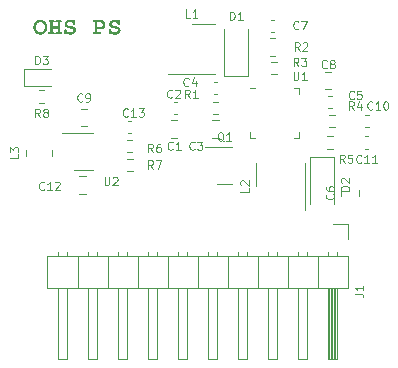
<source format=gbr>
%TF.GenerationSoftware,KiCad,Pcbnew,7.0.9-7.0.9~ubuntu22.04.1*%
%TF.CreationDate,2023-11-27T21:35:50+01:00*%
%TF.ProjectId,ohe_power_supply_1,6f68655f-706f-4776-9572-5f737570706c,rev?*%
%TF.SameCoordinates,Original*%
%TF.FileFunction,Legend,Top*%
%TF.FilePolarity,Positive*%
%FSLAX46Y46*%
G04 Gerber Fmt 4.6, Leading zero omitted, Abs format (unit mm)*
G04 Created by KiCad (PCBNEW 7.0.9-7.0.9~ubuntu22.04.1) date 2023-11-27 21:35:50*
%MOMM*%
%LPD*%
G01*
G04 APERTURE LIST*
%ADD10C,0.300000*%
%ADD11C,0.100000*%
%ADD12C,0.120000*%
G04 APERTURE END LIST*
D10*
G36*
X171456770Y-104203536D02*
G01*
X171472873Y-104205185D01*
X171490520Y-104207604D01*
X171509564Y-104210856D01*
X171529859Y-104215004D01*
X171551257Y-104220112D01*
X171573612Y-104226243D01*
X171596777Y-104233460D01*
X171620607Y-104241826D01*
X171644953Y-104251406D01*
X171669670Y-104262261D01*
X171694610Y-104274456D01*
X171719628Y-104288054D01*
X171744576Y-104303118D01*
X171769308Y-104319712D01*
X171793677Y-104337898D01*
X171817537Y-104357741D01*
X171840740Y-104379303D01*
X171863141Y-104402647D01*
X171884593Y-104427838D01*
X171904949Y-104454939D01*
X171924062Y-104484012D01*
X171941785Y-104515121D01*
X171957973Y-104548330D01*
X171972478Y-104583701D01*
X171985154Y-104621299D01*
X171995854Y-104661186D01*
X172004431Y-104703426D01*
X172010740Y-104748082D01*
X172014632Y-104795217D01*
X172015963Y-104844895D01*
X172015188Y-104876371D01*
X172012889Y-104907503D01*
X172009106Y-104938249D01*
X172003878Y-104968565D01*
X171997244Y-104998409D01*
X171989243Y-105027737D01*
X171979914Y-105056506D01*
X171969297Y-105084675D01*
X171957430Y-105112198D01*
X171944353Y-105139034D01*
X171930105Y-105165140D01*
X171914726Y-105190472D01*
X171898253Y-105214987D01*
X171880728Y-105238643D01*
X171862187Y-105261396D01*
X171842672Y-105283204D01*
X171822221Y-105304023D01*
X171800873Y-105323811D01*
X171778667Y-105342524D01*
X171755644Y-105360120D01*
X171731840Y-105376555D01*
X171707297Y-105391786D01*
X171682053Y-105405771D01*
X171656147Y-105418467D01*
X171629619Y-105429830D01*
X171602507Y-105439817D01*
X171574851Y-105448386D01*
X171546690Y-105455493D01*
X171518063Y-105461096D01*
X171489010Y-105465151D01*
X171459569Y-105467616D01*
X171429780Y-105468447D01*
X171399637Y-105467615D01*
X171369890Y-105465149D01*
X171340574Y-105461087D01*
X171311728Y-105455473D01*
X171283388Y-105448347D01*
X171255590Y-105439749D01*
X171228371Y-105429722D01*
X171201769Y-105418306D01*
X171175821Y-105405543D01*
X171150562Y-105391473D01*
X171126029Y-105376138D01*
X171102261Y-105359579D01*
X171079293Y-105341836D01*
X171057162Y-105322952D01*
X171035905Y-105302967D01*
X171015559Y-105281922D01*
X170996161Y-105259858D01*
X170977747Y-105236817D01*
X170960355Y-105212840D01*
X170944021Y-105187967D01*
X170928783Y-105162240D01*
X170914676Y-105135701D01*
X170901738Y-105108389D01*
X170890005Y-105080347D01*
X170879515Y-105051615D01*
X170870304Y-105022235D01*
X170862409Y-104992247D01*
X170855866Y-104961693D01*
X170850714Y-104930614D01*
X170846988Y-104899050D01*
X170844726Y-104867044D01*
X170843963Y-104834637D01*
X171053890Y-104834637D01*
X171054384Y-104856321D01*
X171055849Y-104877735D01*
X171058262Y-104898852D01*
X171061596Y-104919644D01*
X171065829Y-104940083D01*
X171070935Y-104960143D01*
X171076890Y-104979796D01*
X171083668Y-104999014D01*
X171091247Y-105017770D01*
X171099601Y-105036036D01*
X171108705Y-105053786D01*
X171118535Y-105070991D01*
X171129066Y-105087624D01*
X171140274Y-105103658D01*
X171152135Y-105119066D01*
X171164624Y-105133819D01*
X171177715Y-105147890D01*
X171191385Y-105161253D01*
X171205610Y-105173879D01*
X171220364Y-105185742D01*
X171235623Y-105196813D01*
X171251362Y-105207065D01*
X171267558Y-105216471D01*
X171284184Y-105225003D01*
X171301218Y-105232635D01*
X171318633Y-105239338D01*
X171336407Y-105245085D01*
X171354513Y-105249848D01*
X171372928Y-105253601D01*
X171391628Y-105256316D01*
X171410586Y-105257964D01*
X171429780Y-105258520D01*
X171448780Y-105257965D01*
X171467570Y-105256317D01*
X171486123Y-105253606D01*
X171504415Y-105249860D01*
X171522419Y-105245108D01*
X171540110Y-105239379D01*
X171557461Y-105232700D01*
X171574448Y-105225101D01*
X171591044Y-105216610D01*
X171607223Y-105207255D01*
X171622960Y-105197066D01*
X171638230Y-105186070D01*
X171653005Y-105174297D01*
X171667261Y-105161775D01*
X171680972Y-105148532D01*
X171694112Y-105134597D01*
X171706654Y-105119999D01*
X171718575Y-105104767D01*
X171729847Y-105088928D01*
X171740445Y-105072512D01*
X171750343Y-105055546D01*
X171759516Y-105038060D01*
X171767937Y-105020082D01*
X171775582Y-105001641D01*
X171782423Y-104982766D01*
X171788436Y-104963484D01*
X171793594Y-104943825D01*
X171797873Y-104923816D01*
X171801245Y-104903488D01*
X171803686Y-104882867D01*
X171805169Y-104861983D01*
X171805669Y-104840865D01*
X171805182Y-104818781D01*
X171803734Y-104796992D01*
X171801350Y-104775525D01*
X171798053Y-104754406D01*
X171793866Y-104733662D01*
X171788813Y-104713320D01*
X171782916Y-104693405D01*
X171776200Y-104673946D01*
X171768687Y-104654968D01*
X171760402Y-104636497D01*
X171751366Y-104618562D01*
X171741604Y-104601187D01*
X171731139Y-104584401D01*
X171719995Y-104568229D01*
X171708194Y-104552699D01*
X171695760Y-104537836D01*
X171682717Y-104523667D01*
X171669087Y-104510220D01*
X171654894Y-104497520D01*
X171640162Y-104485595D01*
X171624913Y-104474471D01*
X171609171Y-104464174D01*
X171592960Y-104454732D01*
X171576302Y-104446170D01*
X171559222Y-104438516D01*
X171541742Y-104431796D01*
X171523886Y-104426037D01*
X171505677Y-104421265D01*
X171487139Y-104417508D01*
X171468294Y-104414791D01*
X171449167Y-104413141D01*
X171429780Y-104412585D01*
X171410586Y-104413141D01*
X171391628Y-104414789D01*
X171372928Y-104417503D01*
X171354513Y-104421253D01*
X171336407Y-104426013D01*
X171318633Y-104431755D01*
X171301218Y-104438451D01*
X171284184Y-104446073D01*
X171267558Y-104454593D01*
X171251362Y-104463984D01*
X171235623Y-104474218D01*
X171220364Y-104485267D01*
X171205610Y-104497103D01*
X171191385Y-104509699D01*
X171177715Y-104523026D01*
X171164624Y-104537057D01*
X171152135Y-104551765D01*
X171140274Y-104567121D01*
X171129066Y-104583097D01*
X171118535Y-104599667D01*
X171108705Y-104616802D01*
X171099601Y-104634473D01*
X171091247Y-104652655D01*
X171083668Y-104671318D01*
X171076890Y-104690436D01*
X171070935Y-104709979D01*
X171065829Y-104729921D01*
X171061596Y-104750234D01*
X171058262Y-104770890D01*
X171055849Y-104791861D01*
X171054384Y-104813119D01*
X171053890Y-104834637D01*
X170843963Y-104834637D01*
X170844726Y-104802394D01*
X170846988Y-104770541D01*
X170850714Y-104739119D01*
X170855866Y-104708169D01*
X170862409Y-104677734D01*
X170870304Y-104647854D01*
X170879515Y-104618572D01*
X170890005Y-104589928D01*
X170901738Y-104561965D01*
X170914676Y-104534724D01*
X170928783Y-104508247D01*
X170944021Y-104482575D01*
X170960355Y-104457750D01*
X170977747Y-104433813D01*
X170996161Y-104410806D01*
X171015559Y-104388771D01*
X171035905Y-104367750D01*
X171057162Y-104347783D01*
X171079293Y-104328912D01*
X171102261Y-104311179D01*
X171126029Y-104294626D01*
X171150562Y-104279295D01*
X171175821Y-104265226D01*
X171201769Y-104252461D01*
X171228371Y-104241042D01*
X171255590Y-104231011D01*
X171283388Y-104222409D01*
X171311728Y-104215278D01*
X171340574Y-104209659D01*
X171369890Y-104205594D01*
X171399637Y-104203124D01*
X171429780Y-104202292D01*
X171456770Y-104203536D01*
G37*
G36*
X172747592Y-105340219D02*
G01*
X172749107Y-105361258D01*
X172753528Y-105379547D01*
X172760671Y-105395235D01*
X172770351Y-105408470D01*
X172782383Y-105419402D01*
X172796583Y-105428178D01*
X172812765Y-105434948D01*
X172830745Y-105439859D01*
X172850339Y-105443060D01*
X172871361Y-105444700D01*
X172886078Y-105445000D01*
X173140334Y-105445000D01*
X173161698Y-105444414D01*
X173181956Y-105442519D01*
X173200891Y-105439107D01*
X173218284Y-105433968D01*
X173233920Y-105426895D01*
X173247580Y-105417679D01*
X173259047Y-105406112D01*
X173268104Y-105391985D01*
X173274534Y-105375092D01*
X173278118Y-105355222D01*
X173278820Y-105340219D01*
X173278070Y-105324488D01*
X173274262Y-105303856D01*
X173267486Y-105286541D01*
X173258024Y-105272274D01*
X173246160Y-105260785D01*
X173232175Y-105251804D01*
X173216352Y-105245061D01*
X173198974Y-105240286D01*
X173180324Y-105237210D01*
X173160683Y-105235562D01*
X173140334Y-105235073D01*
X173127512Y-105235073D01*
X173127512Y-104436032D01*
X173146205Y-104433448D01*
X173163300Y-104429228D01*
X173178744Y-104423417D01*
X173192485Y-104416062D01*
X173204470Y-104407207D01*
X173217629Y-104393145D01*
X173227448Y-104376606D01*
X173232547Y-104362639D01*
X173235644Y-104347384D01*
X173236688Y-104330886D01*
X173236035Y-104315879D01*
X173232673Y-104295989D01*
X173226590Y-104279062D01*
X173217938Y-104264893D01*
X173206868Y-104253277D01*
X173193533Y-104244010D01*
X173178084Y-104236887D01*
X173160675Y-104231703D01*
X173141457Y-104228253D01*
X173120582Y-104226334D01*
X173105820Y-104225803D01*
X173098203Y-104225739D01*
X172886078Y-104225739D01*
X172871059Y-104225974D01*
X172849727Y-104227318D01*
X172829972Y-104230061D01*
X172811951Y-104234442D01*
X172795822Y-104240698D01*
X172781742Y-104249065D01*
X172769868Y-104259782D01*
X172760359Y-104273085D01*
X172753371Y-104289212D01*
X172749063Y-104308400D01*
X172747757Y-104323009D01*
X172747592Y-104330886D01*
X172748294Y-104346255D01*
X172751879Y-104366516D01*
X172758308Y-104383636D01*
X172767365Y-104397854D01*
X172778832Y-104409407D01*
X172792492Y-104418531D01*
X172808128Y-104425464D01*
X172825522Y-104430444D01*
X172844456Y-104433707D01*
X172864714Y-104435490D01*
X172886078Y-104436032D01*
X172917585Y-104436032D01*
X172917585Y-104741580D01*
X172468056Y-104741580D01*
X172468056Y-104436032D01*
X172499563Y-104436032D01*
X172520936Y-104435490D01*
X172541219Y-104433707D01*
X172560190Y-104430444D01*
X172577629Y-104425464D01*
X172593315Y-104418531D01*
X172607026Y-104409407D01*
X172618542Y-104397854D01*
X172627642Y-104383636D01*
X172634105Y-104366516D01*
X172637709Y-104346255D01*
X172638415Y-104330886D01*
X172637665Y-104315155D01*
X172633856Y-104294522D01*
X172627075Y-104277208D01*
X172617605Y-104262941D01*
X172605724Y-104251452D01*
X172591715Y-104242471D01*
X172575858Y-104235728D01*
X172558433Y-104230953D01*
X172539722Y-104227876D01*
X172520005Y-104226229D01*
X172499563Y-104225739D01*
X172287438Y-104225739D01*
X172272420Y-104225974D01*
X172251088Y-104227318D01*
X172231333Y-104230061D01*
X172213312Y-104234442D01*
X172197183Y-104240698D01*
X172183102Y-104249065D01*
X172171229Y-104259782D01*
X172161719Y-104273085D01*
X172154732Y-104289212D01*
X172150424Y-104308400D01*
X172149118Y-104323009D01*
X172148953Y-104330886D01*
X172149997Y-104347384D01*
X172153094Y-104362639D01*
X172158193Y-104376606D01*
X172168012Y-104393145D01*
X172181171Y-104407207D01*
X172193156Y-104416062D01*
X172206897Y-104423417D01*
X172222341Y-104429228D01*
X172239436Y-104433448D01*
X172258129Y-104436032D01*
X172258129Y-105235073D01*
X172245673Y-105235073D01*
X172230590Y-105235308D01*
X172209176Y-105236651D01*
X172189356Y-105239395D01*
X172171284Y-105243776D01*
X172155116Y-105250031D01*
X172141008Y-105258399D01*
X172129116Y-105269115D01*
X172119596Y-105282418D01*
X172112602Y-105298545D01*
X172108292Y-105317733D01*
X172106986Y-105332343D01*
X172106821Y-105340219D01*
X172107527Y-105355222D01*
X172111132Y-105375092D01*
X172117594Y-105391985D01*
X172126694Y-105406112D01*
X172138210Y-105417679D01*
X172151922Y-105426895D01*
X172167607Y-105433968D01*
X172185046Y-105439107D01*
X172204017Y-105442519D01*
X172224300Y-105444414D01*
X172245673Y-105445000D01*
X172499563Y-105445000D01*
X172520936Y-105444414D01*
X172541219Y-105442519D01*
X172560190Y-105439107D01*
X172577629Y-105433968D01*
X172593315Y-105426895D01*
X172607026Y-105417679D01*
X172618542Y-105406112D01*
X172627642Y-105391985D01*
X172634105Y-105375092D01*
X172637709Y-105355222D01*
X172638415Y-105340219D01*
X172637665Y-105324488D01*
X172633856Y-105303856D01*
X172627075Y-105286541D01*
X172617605Y-105272274D01*
X172605724Y-105260785D01*
X172591715Y-105251804D01*
X172575858Y-105245061D01*
X172558433Y-105240286D01*
X172539722Y-105237210D01*
X172520005Y-105235562D01*
X172499563Y-105235073D01*
X172468056Y-105235073D01*
X172468056Y-104951873D01*
X172917585Y-104951873D01*
X172917585Y-105235073D01*
X172886078Y-105235073D01*
X172864714Y-105235615D01*
X172844456Y-105237398D01*
X172825522Y-105240661D01*
X172808128Y-105245641D01*
X172792492Y-105252574D01*
X172778832Y-105261698D01*
X172767365Y-105273251D01*
X172758308Y-105287469D01*
X172751879Y-105304589D01*
X172748294Y-105324850D01*
X172747592Y-105340219D01*
G37*
G36*
X174300244Y-104202292D02*
G01*
X174285598Y-104203119D01*
X174269848Y-104206715D01*
X174256414Y-104213564D01*
X174244734Y-104224103D01*
X174234247Y-104238768D01*
X174226338Y-104253763D01*
X174218545Y-104271901D01*
X174204519Y-104263512D01*
X174190061Y-104255657D01*
X174175176Y-104248336D01*
X174159869Y-104241550D01*
X174144146Y-104235301D01*
X174128011Y-104229590D01*
X174111471Y-104224418D01*
X174094530Y-104219786D01*
X174077195Y-104215694D01*
X174059469Y-104212145D01*
X174041360Y-104209139D01*
X174022872Y-104206677D01*
X174004010Y-104204760D01*
X173984780Y-104203390D01*
X173965187Y-104202566D01*
X173945237Y-104202292D01*
X173921045Y-104202756D01*
X173897256Y-104204137D01*
X173873896Y-104206412D01*
X173850987Y-104209563D01*
X173828553Y-104213569D01*
X173806619Y-104218410D01*
X173785208Y-104224064D01*
X173764344Y-104230513D01*
X173744052Y-104237736D01*
X173724354Y-104245713D01*
X173705275Y-104254422D01*
X173686838Y-104263845D01*
X173669068Y-104273961D01*
X173651989Y-104284749D01*
X173635624Y-104296190D01*
X173619997Y-104308263D01*
X173605132Y-104320947D01*
X173591053Y-104334223D01*
X173577784Y-104348071D01*
X173565349Y-104362469D01*
X173553771Y-104377398D01*
X173543074Y-104392838D01*
X173533283Y-104408767D01*
X173524422Y-104425167D01*
X173516513Y-104442017D01*
X173509581Y-104459296D01*
X173503651Y-104476984D01*
X173498745Y-104495061D01*
X173494887Y-104513507D01*
X173492102Y-104532301D01*
X173490414Y-104551424D01*
X173489846Y-104570854D01*
X173490600Y-104592796D01*
X173492842Y-104614480D01*
X173496538Y-104635847D01*
X173501655Y-104656835D01*
X173508162Y-104677386D01*
X173516025Y-104697439D01*
X173525211Y-104716934D01*
X173535687Y-104735810D01*
X173547422Y-104754008D01*
X173560382Y-104771467D01*
X173574534Y-104788128D01*
X173589846Y-104803931D01*
X173606285Y-104818814D01*
X173623819Y-104832719D01*
X173642414Y-104845585D01*
X173662037Y-104857351D01*
X173681746Y-104867500D01*
X173702273Y-104876767D01*
X173723522Y-104885225D01*
X173745400Y-104892947D01*
X173767812Y-104900002D01*
X173790662Y-104906465D01*
X173813858Y-104912406D01*
X173837302Y-104917899D01*
X173860902Y-104923014D01*
X173884563Y-104927823D01*
X173908189Y-104932399D01*
X173931686Y-104936814D01*
X173954960Y-104941140D01*
X173977916Y-104945448D01*
X174000459Y-104949811D01*
X174022494Y-104954300D01*
X174043927Y-104958988D01*
X174064663Y-104963947D01*
X174084608Y-104969248D01*
X174103667Y-104974963D01*
X174121745Y-104981165D01*
X174138748Y-104987926D01*
X174154580Y-104995317D01*
X174169148Y-105003410D01*
X174182357Y-105012278D01*
X174194111Y-105021992D01*
X174204317Y-105032625D01*
X174219704Y-105056933D01*
X174224696Y-105070753D01*
X174227760Y-105085778D01*
X174228803Y-105102083D01*
X174227399Y-105118450D01*
X174223273Y-105134260D01*
X174216554Y-105149442D01*
X174207370Y-105163929D01*
X174195851Y-105177652D01*
X174182126Y-105190542D01*
X174166322Y-105202531D01*
X174148569Y-105213549D01*
X174128996Y-105223528D01*
X174107731Y-105232399D01*
X174084903Y-105240095D01*
X174060642Y-105246545D01*
X174035075Y-105251681D01*
X174008332Y-105255435D01*
X173980541Y-105257737D01*
X173951831Y-105258520D01*
X173925899Y-105258141D01*
X173900276Y-105256364D01*
X173875113Y-105253259D01*
X173850566Y-105248897D01*
X173826787Y-105243348D01*
X173803930Y-105236682D01*
X173782149Y-105228970D01*
X173761597Y-105220281D01*
X173742427Y-105210686D01*
X173724793Y-105200256D01*
X173708848Y-105189061D01*
X173694747Y-105177170D01*
X173682641Y-105164655D01*
X173672686Y-105151585D01*
X173665034Y-105138032D01*
X173659839Y-105124064D01*
X173655565Y-105106842D01*
X173650863Y-105091196D01*
X173643561Y-105074112D01*
X173635802Y-105061331D01*
X173625639Y-105049339D01*
X173612667Y-105038820D01*
X173596483Y-105030459D01*
X173576682Y-105024940D01*
X173561273Y-105023178D01*
X173552861Y-105022948D01*
X173537794Y-105023586D01*
X173517842Y-105026874D01*
X173500883Y-105032845D01*
X173486705Y-105041372D01*
X173475100Y-105052326D01*
X173465857Y-105065577D01*
X173458765Y-105080997D01*
X173453615Y-105098458D01*
X173450197Y-105117832D01*
X173448300Y-105138988D01*
X173447777Y-105154020D01*
X173447714Y-105161800D01*
X173447714Y-105300286D01*
X173448111Y-105317422D01*
X173449305Y-105333390D01*
X173451308Y-105348199D01*
X173455843Y-105368258D01*
X173462243Y-105385757D01*
X173470536Y-105400725D01*
X173480751Y-105413192D01*
X173492918Y-105423185D01*
X173507065Y-105430734D01*
X173523221Y-105435868D01*
X173541416Y-105438617D01*
X173554692Y-105439138D01*
X173571908Y-105438082D01*
X173586699Y-105434250D01*
X173600660Y-105426640D01*
X173612808Y-105416692D01*
X173623529Y-105405956D01*
X173635651Y-105392431D01*
X173638956Y-105388579D01*
X173658292Y-105398170D01*
X173677824Y-105407158D01*
X173697542Y-105415540D01*
X173717438Y-105423315D01*
X173737502Y-105430481D01*
X173757723Y-105437034D01*
X173778092Y-105442973D01*
X173798599Y-105448297D01*
X173819236Y-105453002D01*
X173839991Y-105457087D01*
X173860857Y-105460549D01*
X173881821Y-105463386D01*
X173902876Y-105465597D01*
X173924012Y-105467179D01*
X173945218Y-105468129D01*
X173966486Y-105468447D01*
X173993169Y-105468019D01*
X174019283Y-105466744D01*
X174044808Y-105464638D01*
X174069727Y-105461713D01*
X174094022Y-105457986D01*
X174117674Y-105453469D01*
X174140665Y-105448178D01*
X174162977Y-105442126D01*
X174184593Y-105435328D01*
X174205493Y-105427799D01*
X174225659Y-105419552D01*
X174245074Y-105410603D01*
X174263719Y-105400965D01*
X174281576Y-105390653D01*
X174298626Y-105379681D01*
X174314853Y-105368063D01*
X174330236Y-105355814D01*
X174344759Y-105342949D01*
X174358403Y-105329481D01*
X174371150Y-105315425D01*
X174382982Y-105300796D01*
X174393880Y-105285607D01*
X174403827Y-105269873D01*
X174412803Y-105253609D01*
X174420792Y-105236828D01*
X174427775Y-105219545D01*
X174433733Y-105201775D01*
X174438649Y-105183531D01*
X174442504Y-105164829D01*
X174445280Y-105145682D01*
X174446958Y-105126105D01*
X174447522Y-105106113D01*
X174447053Y-105086319D01*
X174445642Y-105067052D01*
X174443281Y-105048304D01*
X174439966Y-105030069D01*
X174435689Y-105012341D01*
X174430443Y-104995113D01*
X174424223Y-104978378D01*
X174417022Y-104962131D01*
X174408834Y-104946365D01*
X174399652Y-104931073D01*
X174389469Y-104916250D01*
X174378279Y-104901887D01*
X174366077Y-104887980D01*
X174352854Y-104874522D01*
X174338606Y-104861505D01*
X174323325Y-104848925D01*
X174304025Y-104834936D01*
X174283573Y-104822239D01*
X174262083Y-104810738D01*
X174239672Y-104800338D01*
X174216456Y-104790943D01*
X174192549Y-104782458D01*
X174168069Y-104774789D01*
X174143131Y-104767838D01*
X174117850Y-104761512D01*
X174092343Y-104755714D01*
X174066724Y-104750350D01*
X174041111Y-104745325D01*
X174015619Y-104740542D01*
X173990363Y-104735906D01*
X173965459Y-104731323D01*
X173941024Y-104726697D01*
X173917172Y-104721932D01*
X173894020Y-104716933D01*
X173871684Y-104711605D01*
X173850278Y-104705853D01*
X173829920Y-104699581D01*
X173810725Y-104692694D01*
X173792808Y-104685097D01*
X173776286Y-104676694D01*
X173761273Y-104667389D01*
X173747887Y-104657089D01*
X173736243Y-104645696D01*
X173726456Y-104633117D01*
X173718642Y-104619255D01*
X173712918Y-104604016D01*
X173709398Y-104587303D01*
X173708199Y-104569023D01*
X173709408Y-104552655D01*
X173712960Y-104536845D01*
X173718741Y-104521663D01*
X173726638Y-104507176D01*
X173736537Y-104493453D01*
X173748327Y-104480563D01*
X173761892Y-104468574D01*
X173777121Y-104457556D01*
X173793900Y-104447577D01*
X173812116Y-104438706D01*
X173831654Y-104431011D01*
X173852403Y-104424561D01*
X173874249Y-104419424D01*
X173897079Y-104415670D01*
X173920779Y-104413368D01*
X173945237Y-104412585D01*
X173969331Y-104413243D01*
X173992654Y-104415189D01*
X174015128Y-104418379D01*
X174036679Y-104422769D01*
X174057229Y-104428316D01*
X174076703Y-104434977D01*
X174095024Y-104442708D01*
X174112116Y-104451465D01*
X174127902Y-104461206D01*
X174142308Y-104471887D01*
X174155256Y-104483463D01*
X174166670Y-104495893D01*
X174176474Y-104509132D01*
X174184591Y-104523136D01*
X174190947Y-104537863D01*
X174195464Y-104553269D01*
X174198598Y-104569599D01*
X174202407Y-104587804D01*
X174206360Y-104601939D01*
X174211761Y-104615898D01*
X174219068Y-104629156D01*
X174228740Y-104641186D01*
X174241236Y-104651459D01*
X174257013Y-104659450D01*
X174276529Y-104664631D01*
X174291844Y-104666264D01*
X174300244Y-104666475D01*
X174315588Y-104665729D01*
X174335729Y-104661931D01*
X174352651Y-104655158D01*
X174366612Y-104645675D01*
X174377871Y-104633749D01*
X174386687Y-104619646D01*
X174393320Y-104603632D01*
X174398027Y-104585973D01*
X174401069Y-104566936D01*
X174402705Y-104546787D01*
X174403192Y-104525792D01*
X174403192Y-104341144D01*
X174402862Y-104320702D01*
X174401634Y-104300985D01*
X174399152Y-104282274D01*
X174395058Y-104264849D01*
X174388996Y-104248992D01*
X174380609Y-104234983D01*
X174369541Y-104223103D01*
X174355433Y-104213632D01*
X174337930Y-104206852D01*
X174316675Y-104203042D01*
X174300244Y-104202292D01*
G37*
G36*
X176515143Y-104226217D02*
G01*
X176539441Y-104227638D01*
X176563243Y-104229985D01*
X176586529Y-104233240D01*
X176609278Y-104237383D01*
X176631470Y-104242398D01*
X176653084Y-104248266D01*
X176674101Y-104254968D01*
X176694500Y-104262488D01*
X176714259Y-104270806D01*
X176733360Y-104279904D01*
X176751782Y-104289766D01*
X176769503Y-104300371D01*
X176786505Y-104311703D01*
X176802766Y-104323743D01*
X176818265Y-104336473D01*
X176832984Y-104349875D01*
X176846900Y-104363930D01*
X176859995Y-104378622D01*
X176872247Y-104393930D01*
X176883636Y-104409839D01*
X176894141Y-104426328D01*
X176903743Y-104443381D01*
X176912421Y-104460979D01*
X176920154Y-104479104D01*
X176926922Y-104497738D01*
X176932705Y-104516863D01*
X176937483Y-104536460D01*
X176941234Y-104556512D01*
X176943938Y-104577001D01*
X176945576Y-104597908D01*
X176946127Y-104619214D01*
X176945832Y-104635264D01*
X176944922Y-104651642D01*
X176943361Y-104668291D01*
X176941112Y-104685159D01*
X176938137Y-104702188D01*
X176934399Y-104719326D01*
X176929862Y-104736516D01*
X176924488Y-104753704D01*
X176918241Y-104770836D01*
X176911082Y-104787856D01*
X176902976Y-104804709D01*
X176893885Y-104821340D01*
X176883773Y-104837695D01*
X176872601Y-104853719D01*
X176860334Y-104869357D01*
X176846933Y-104884554D01*
X176832363Y-104899255D01*
X176816586Y-104913405D01*
X176799565Y-104926949D01*
X176781263Y-104939833D01*
X176761642Y-104952002D01*
X176740667Y-104963400D01*
X176718300Y-104973973D01*
X176694503Y-104983667D01*
X176669240Y-104992425D01*
X176642474Y-105000194D01*
X176614168Y-105006918D01*
X176584285Y-105012542D01*
X176552787Y-105017012D01*
X176519638Y-105020273D01*
X176484800Y-105022270D01*
X176448237Y-105022948D01*
X176242707Y-105022948D01*
X176242707Y-105235073D01*
X176450436Y-105235073D01*
X176470869Y-105235562D01*
X176490561Y-105237210D01*
X176509235Y-105240286D01*
X176526614Y-105245061D01*
X176542421Y-105251804D01*
X176556379Y-105260785D01*
X176568211Y-105272274D01*
X176577638Y-105286541D01*
X176584386Y-105303856D01*
X176588175Y-105324488D01*
X176588921Y-105340219D01*
X176587459Y-105361258D01*
X176583174Y-105379547D01*
X176576217Y-105395235D01*
X176566742Y-105408470D01*
X176554900Y-105419402D01*
X176540844Y-105428178D01*
X176524725Y-105434948D01*
X176506695Y-105439859D01*
X176486908Y-105443060D01*
X176465515Y-105444700D01*
X176450436Y-105445000D01*
X176000907Y-105445000D01*
X175979971Y-105444306D01*
X175961191Y-105442300D01*
X175944456Y-105439097D01*
X175929655Y-105434810D01*
X175910835Y-105426595D01*
X175895741Y-105416582D01*
X175883997Y-105405153D01*
X175875230Y-105392692D01*
X175867521Y-105375138D01*
X175863548Y-105357344D01*
X175862421Y-105340219D01*
X175863123Y-105324850D01*
X175866708Y-105304589D01*
X175873137Y-105287469D01*
X175882194Y-105273251D01*
X175893661Y-105261698D01*
X175907321Y-105252574D01*
X175922957Y-105245641D01*
X175940351Y-105240661D01*
X175959285Y-105237398D01*
X175979543Y-105235615D01*
X176000907Y-105235073D01*
X176032414Y-105235073D01*
X176032414Y-104436032D01*
X176242707Y-104436032D01*
X176242707Y-104813021D01*
X176490369Y-104813021D01*
X176516895Y-104812182D01*
X176542035Y-104809695D01*
X176565746Y-104805600D01*
X176587983Y-104799941D01*
X176608699Y-104792760D01*
X176627850Y-104784099D01*
X176645392Y-104774001D01*
X176661278Y-104762509D01*
X176675465Y-104749664D01*
X176687906Y-104735509D01*
X176698556Y-104720086D01*
X176707371Y-104703438D01*
X176714306Y-104685607D01*
X176719316Y-104666636D01*
X176722354Y-104646567D01*
X176723377Y-104625443D01*
X176722354Y-104603995D01*
X176719316Y-104583644D01*
X176714306Y-104564428D01*
X176707371Y-104546388D01*
X176698556Y-104529563D01*
X176687906Y-104513992D01*
X176675465Y-104499716D01*
X176661278Y-104486774D01*
X176645392Y-104475206D01*
X176627850Y-104465051D01*
X176608699Y-104456350D01*
X176587983Y-104449141D01*
X176565746Y-104443466D01*
X176542035Y-104439362D01*
X176516895Y-104436871D01*
X176490369Y-104436032D01*
X176242707Y-104436032D01*
X176032414Y-104436032D01*
X176000907Y-104436032D01*
X175979543Y-104435490D01*
X175959285Y-104433707D01*
X175940351Y-104430444D01*
X175922957Y-104425464D01*
X175907321Y-104418531D01*
X175893661Y-104409407D01*
X175882194Y-104397854D01*
X175873137Y-104383636D01*
X175866708Y-104366516D01*
X175863123Y-104346255D01*
X175862421Y-104330886D01*
X175862586Y-104323009D01*
X175863892Y-104308400D01*
X175868200Y-104289212D01*
X175875188Y-104273085D01*
X175884697Y-104259782D01*
X175896571Y-104249065D01*
X175910651Y-104240698D01*
X175926780Y-104234442D01*
X175944801Y-104230061D01*
X175964556Y-104227318D01*
X175985888Y-104225974D01*
X176000907Y-104225739D01*
X176490369Y-104225739D01*
X176515143Y-104226217D01*
G37*
G36*
X178076727Y-104202292D02*
G01*
X178062081Y-104203119D01*
X178046331Y-104206715D01*
X178032897Y-104213564D01*
X178021217Y-104224103D01*
X178010730Y-104238768D01*
X178002821Y-104253763D01*
X177995027Y-104271901D01*
X177981002Y-104263512D01*
X177966544Y-104255657D01*
X177951659Y-104248336D01*
X177936352Y-104241550D01*
X177920628Y-104235301D01*
X177904494Y-104229590D01*
X177887954Y-104224418D01*
X177871013Y-104219786D01*
X177853678Y-104215694D01*
X177835952Y-104212145D01*
X177817843Y-104209139D01*
X177799355Y-104206677D01*
X177780493Y-104204760D01*
X177761263Y-104203390D01*
X177741670Y-104202566D01*
X177721720Y-104202292D01*
X177697528Y-104202756D01*
X177673739Y-104204137D01*
X177650379Y-104206412D01*
X177627470Y-104209563D01*
X177605036Y-104213569D01*
X177583102Y-104218410D01*
X177561691Y-104224064D01*
X177540827Y-104230513D01*
X177520535Y-104237736D01*
X177500837Y-104245713D01*
X177481758Y-104254422D01*
X177463321Y-104263845D01*
X177445551Y-104273961D01*
X177428472Y-104284749D01*
X177412107Y-104296190D01*
X177396480Y-104308263D01*
X177381615Y-104320947D01*
X177367536Y-104334223D01*
X177354267Y-104348071D01*
X177341831Y-104362469D01*
X177330254Y-104377398D01*
X177319557Y-104392838D01*
X177309766Y-104408767D01*
X177300905Y-104425167D01*
X177292996Y-104442017D01*
X177286064Y-104459296D01*
X177280134Y-104476984D01*
X177275228Y-104495061D01*
X177271370Y-104513507D01*
X177268585Y-104532301D01*
X177266897Y-104551424D01*
X177266329Y-104570854D01*
X177267083Y-104592796D01*
X177269325Y-104614480D01*
X177273021Y-104635847D01*
X177278138Y-104656835D01*
X177284645Y-104677386D01*
X177292507Y-104697439D01*
X177301693Y-104716934D01*
X177312170Y-104735810D01*
X177323905Y-104754008D01*
X177336865Y-104771467D01*
X177351017Y-104788128D01*
X177366329Y-104803931D01*
X177382768Y-104818814D01*
X177400302Y-104832719D01*
X177418896Y-104845585D01*
X177438520Y-104857351D01*
X177458229Y-104867500D01*
X177478755Y-104876767D01*
X177500005Y-104885225D01*
X177521883Y-104892947D01*
X177544295Y-104900002D01*
X177567145Y-104906465D01*
X177590340Y-104912406D01*
X177613785Y-104917899D01*
X177637385Y-104923014D01*
X177661046Y-104927823D01*
X177684672Y-104932399D01*
X177708169Y-104936814D01*
X177731443Y-104941140D01*
X177754399Y-104945448D01*
X177776941Y-104949811D01*
X177798977Y-104954300D01*
X177820410Y-104958988D01*
X177841146Y-104963947D01*
X177861091Y-104969248D01*
X177880150Y-104974963D01*
X177898228Y-104981165D01*
X177915231Y-104987926D01*
X177931063Y-104995317D01*
X177945631Y-105003410D01*
X177958840Y-105012278D01*
X177970594Y-105021992D01*
X177980800Y-105032625D01*
X177996187Y-105056933D01*
X178001179Y-105070753D01*
X178004243Y-105085778D01*
X178005286Y-105102083D01*
X178003882Y-105118450D01*
X177999756Y-105134260D01*
X177993037Y-105149442D01*
X177983853Y-105163929D01*
X177972334Y-105177652D01*
X177958609Y-105190542D01*
X177942805Y-105202531D01*
X177925052Y-105213549D01*
X177905479Y-105223528D01*
X177884214Y-105232399D01*
X177861386Y-105240095D01*
X177837124Y-105246545D01*
X177811558Y-105251681D01*
X177784814Y-105255435D01*
X177757024Y-105257737D01*
X177728314Y-105258520D01*
X177702382Y-105258141D01*
X177676758Y-105256364D01*
X177651596Y-105253259D01*
X177627049Y-105248897D01*
X177603270Y-105243348D01*
X177580413Y-105236682D01*
X177558632Y-105228970D01*
X177538080Y-105220281D01*
X177518910Y-105210686D01*
X177501276Y-105200256D01*
X177485331Y-105189061D01*
X177471230Y-105177170D01*
X177459124Y-105164655D01*
X177449169Y-105151585D01*
X177441517Y-105138032D01*
X177436322Y-105124064D01*
X177432048Y-105106842D01*
X177427346Y-105091196D01*
X177420044Y-105074112D01*
X177412285Y-105061331D01*
X177402122Y-105049339D01*
X177389150Y-105038820D01*
X177372966Y-105030459D01*
X177353165Y-105024940D01*
X177337756Y-105023178D01*
X177329344Y-105022948D01*
X177314276Y-105023586D01*
X177294325Y-105026874D01*
X177277366Y-105032845D01*
X177263188Y-105041372D01*
X177251583Y-105052326D01*
X177242340Y-105065577D01*
X177235248Y-105080997D01*
X177230098Y-105098458D01*
X177226680Y-105117832D01*
X177224783Y-105138988D01*
X177224259Y-105154020D01*
X177224197Y-105161800D01*
X177224197Y-105300286D01*
X177224593Y-105317422D01*
X177225788Y-105333390D01*
X177227791Y-105348199D01*
X177232326Y-105368258D01*
X177238726Y-105385757D01*
X177247019Y-105400725D01*
X177257234Y-105413192D01*
X177269401Y-105423185D01*
X177283548Y-105430734D01*
X177299704Y-105435868D01*
X177317899Y-105438617D01*
X177331175Y-105439138D01*
X177348391Y-105438082D01*
X177363182Y-105434250D01*
X177377142Y-105426640D01*
X177389291Y-105416692D01*
X177400012Y-105405956D01*
X177412134Y-105392431D01*
X177415439Y-105388579D01*
X177434775Y-105398170D01*
X177454307Y-105407158D01*
X177474025Y-105415540D01*
X177493921Y-105423315D01*
X177513985Y-105430481D01*
X177534206Y-105437034D01*
X177554575Y-105442973D01*
X177575082Y-105448297D01*
X177595719Y-105453002D01*
X177616474Y-105457087D01*
X177637339Y-105460549D01*
X177658304Y-105463386D01*
X177679359Y-105465597D01*
X177700495Y-105467179D01*
X177721701Y-105468129D01*
X177742969Y-105468447D01*
X177769652Y-105468019D01*
X177795765Y-105466744D01*
X177821291Y-105464638D01*
X177846210Y-105461713D01*
X177870504Y-105457986D01*
X177894157Y-105453469D01*
X177917148Y-105448178D01*
X177939460Y-105442126D01*
X177961075Y-105435328D01*
X177981975Y-105427799D01*
X178002142Y-105419552D01*
X178021557Y-105410603D01*
X178040202Y-105400965D01*
X178058058Y-105390653D01*
X178075109Y-105379681D01*
X178091335Y-105368063D01*
X178106719Y-105355814D01*
X178121242Y-105342949D01*
X178134886Y-105329481D01*
X178147633Y-105315425D01*
X178159465Y-105300796D01*
X178170363Y-105285607D01*
X178180310Y-105269873D01*
X178189286Y-105253609D01*
X178197275Y-105236828D01*
X178204258Y-105219545D01*
X178210216Y-105201775D01*
X178215131Y-105183531D01*
X178218986Y-105164829D01*
X178221762Y-105145682D01*
X178223441Y-105126105D01*
X178224005Y-105106113D01*
X178223536Y-105086319D01*
X178222125Y-105067052D01*
X178219764Y-105048304D01*
X178216449Y-105030069D01*
X178212172Y-105012341D01*
X178206926Y-104995113D01*
X178200706Y-104978378D01*
X178193505Y-104962131D01*
X178185317Y-104946365D01*
X178176134Y-104931073D01*
X178165952Y-104916250D01*
X178154762Y-104901887D01*
X178142560Y-104887980D01*
X178129337Y-104874522D01*
X178115089Y-104861505D01*
X178099808Y-104848925D01*
X178080508Y-104834936D01*
X178060055Y-104822239D01*
X178038566Y-104810738D01*
X178016155Y-104800338D01*
X177992938Y-104790943D01*
X177969032Y-104782458D01*
X177944552Y-104774789D01*
X177919614Y-104767838D01*
X177894333Y-104761512D01*
X177868825Y-104755714D01*
X177843207Y-104750350D01*
X177817594Y-104745325D01*
X177792102Y-104740542D01*
X177766846Y-104735906D01*
X177741942Y-104731323D01*
X177717506Y-104726697D01*
X177693655Y-104721932D01*
X177670503Y-104716933D01*
X177648166Y-104711605D01*
X177626761Y-104705853D01*
X177606403Y-104699581D01*
X177587208Y-104692694D01*
X177569291Y-104685097D01*
X177552768Y-104676694D01*
X177537756Y-104667389D01*
X177524370Y-104657089D01*
X177512726Y-104645696D01*
X177502939Y-104633117D01*
X177495125Y-104619255D01*
X177489401Y-104604016D01*
X177485881Y-104587303D01*
X177484682Y-104569023D01*
X177485891Y-104552655D01*
X177489443Y-104536845D01*
X177495223Y-104521663D01*
X177503120Y-104507176D01*
X177513020Y-104493453D01*
X177524810Y-104480563D01*
X177538375Y-104468574D01*
X177553604Y-104457556D01*
X177570383Y-104447577D01*
X177588598Y-104438706D01*
X177608137Y-104431011D01*
X177628886Y-104424561D01*
X177650732Y-104419424D01*
X177673562Y-104415670D01*
X177697262Y-104413368D01*
X177721720Y-104412585D01*
X177745814Y-104413243D01*
X177769137Y-104415189D01*
X177791611Y-104418379D01*
X177813162Y-104422769D01*
X177833712Y-104428316D01*
X177853186Y-104434977D01*
X177871507Y-104442708D01*
X177888599Y-104451465D01*
X177904385Y-104461206D01*
X177918791Y-104471887D01*
X177931739Y-104483463D01*
X177943153Y-104495893D01*
X177952957Y-104509132D01*
X177961074Y-104523136D01*
X177967430Y-104537863D01*
X177971946Y-104553269D01*
X177975081Y-104569599D01*
X177978890Y-104587804D01*
X177982843Y-104601939D01*
X177988244Y-104615898D01*
X177995551Y-104629156D01*
X178005223Y-104641186D01*
X178017719Y-104651459D01*
X178033496Y-104659450D01*
X178053012Y-104664631D01*
X178068327Y-104666264D01*
X178076727Y-104666475D01*
X178092071Y-104665729D01*
X178112212Y-104661931D01*
X178129134Y-104655158D01*
X178143095Y-104645675D01*
X178154354Y-104633749D01*
X178163170Y-104619646D01*
X178169802Y-104603632D01*
X178174510Y-104585973D01*
X178177552Y-104566936D01*
X178179187Y-104546787D01*
X178179675Y-104525792D01*
X178179675Y-104341144D01*
X178179345Y-104320702D01*
X178178117Y-104300985D01*
X178175635Y-104282274D01*
X178171541Y-104264849D01*
X178165479Y-104248992D01*
X178157092Y-104234983D01*
X178146024Y-104223103D01*
X178131916Y-104213632D01*
X178114413Y-104206852D01*
X178093158Y-104203042D01*
X178076727Y-104202292D01*
G37*
D11*
X176866666Y-117518633D02*
X176866666Y-118085300D01*
X176866666Y-118085300D02*
X176900000Y-118151966D01*
X176900000Y-118151966D02*
X176933333Y-118185300D01*
X176933333Y-118185300D02*
X177000000Y-118218633D01*
X177000000Y-118218633D02*
X177133333Y-118218633D01*
X177133333Y-118218633D02*
X177200000Y-118185300D01*
X177200000Y-118185300D02*
X177233333Y-118151966D01*
X177233333Y-118151966D02*
X177266666Y-118085300D01*
X177266666Y-118085300D02*
X177266666Y-117518633D01*
X177566666Y-117585300D02*
X177599999Y-117551966D01*
X177599999Y-117551966D02*
X177666666Y-117518633D01*
X177666666Y-117518633D02*
X177833333Y-117518633D01*
X177833333Y-117518633D02*
X177899999Y-117551966D01*
X177899999Y-117551966D02*
X177933333Y-117585300D01*
X177933333Y-117585300D02*
X177966666Y-117651966D01*
X177966666Y-117651966D02*
X177966666Y-117718633D01*
X177966666Y-117718633D02*
X177933333Y-117818633D01*
X177933333Y-117818633D02*
X177533333Y-118218633D01*
X177533333Y-118218633D02*
X177966666Y-118218633D01*
X192866666Y-108618633D02*
X192866666Y-109185300D01*
X192866666Y-109185300D02*
X192900000Y-109251966D01*
X192900000Y-109251966D02*
X192933333Y-109285300D01*
X192933333Y-109285300D02*
X193000000Y-109318633D01*
X193000000Y-109318633D02*
X193133333Y-109318633D01*
X193133333Y-109318633D02*
X193200000Y-109285300D01*
X193200000Y-109285300D02*
X193233333Y-109251966D01*
X193233333Y-109251966D02*
X193266666Y-109185300D01*
X193266666Y-109185300D02*
X193266666Y-108618633D01*
X193966666Y-109318633D02*
X193566666Y-109318633D01*
X193766666Y-109318633D02*
X193766666Y-108618633D01*
X193766666Y-108618633D02*
X193699999Y-108718633D01*
X193699999Y-108718633D02*
X193633333Y-108785300D01*
X193633333Y-108785300D02*
X193566666Y-108818633D01*
X171408333Y-112448633D02*
X171175000Y-112115300D01*
X171008333Y-112448633D02*
X171008333Y-111748633D01*
X171008333Y-111748633D02*
X171275000Y-111748633D01*
X171275000Y-111748633D02*
X171341667Y-111781966D01*
X171341667Y-111781966D02*
X171375000Y-111815300D01*
X171375000Y-111815300D02*
X171408333Y-111881966D01*
X171408333Y-111881966D02*
X171408333Y-111981966D01*
X171408333Y-111981966D02*
X171375000Y-112048633D01*
X171375000Y-112048633D02*
X171341667Y-112081966D01*
X171341667Y-112081966D02*
X171275000Y-112115300D01*
X171275000Y-112115300D02*
X171008333Y-112115300D01*
X171808333Y-112048633D02*
X171741667Y-112015300D01*
X171741667Y-112015300D02*
X171708333Y-111981966D01*
X171708333Y-111981966D02*
X171675000Y-111915300D01*
X171675000Y-111915300D02*
X171675000Y-111881966D01*
X171675000Y-111881966D02*
X171708333Y-111815300D01*
X171708333Y-111815300D02*
X171741667Y-111781966D01*
X171741667Y-111781966D02*
X171808333Y-111748633D01*
X171808333Y-111748633D02*
X171941667Y-111748633D01*
X171941667Y-111748633D02*
X172008333Y-111781966D01*
X172008333Y-111781966D02*
X172041667Y-111815300D01*
X172041667Y-111815300D02*
X172075000Y-111881966D01*
X172075000Y-111881966D02*
X172075000Y-111915300D01*
X172075000Y-111915300D02*
X172041667Y-111981966D01*
X172041667Y-111981966D02*
X172008333Y-112015300D01*
X172008333Y-112015300D02*
X171941667Y-112048633D01*
X171941667Y-112048633D02*
X171808333Y-112048633D01*
X171808333Y-112048633D02*
X171741667Y-112081966D01*
X171741667Y-112081966D02*
X171708333Y-112115300D01*
X171708333Y-112115300D02*
X171675000Y-112181966D01*
X171675000Y-112181966D02*
X171675000Y-112315300D01*
X171675000Y-112315300D02*
X171708333Y-112381966D01*
X171708333Y-112381966D02*
X171741667Y-112415300D01*
X171741667Y-112415300D02*
X171808333Y-112448633D01*
X171808333Y-112448633D02*
X171941667Y-112448633D01*
X171941667Y-112448633D02*
X172008333Y-112415300D01*
X172008333Y-112415300D02*
X172041667Y-112381966D01*
X172041667Y-112381966D02*
X172075000Y-112315300D01*
X172075000Y-112315300D02*
X172075000Y-112181966D01*
X172075000Y-112181966D02*
X172041667Y-112115300D01*
X172041667Y-112115300D02*
X172008333Y-112081966D01*
X172008333Y-112081966D02*
X171941667Y-112048633D01*
X180983333Y-116818633D02*
X180750000Y-116485300D01*
X180583333Y-116818633D02*
X180583333Y-116118633D01*
X180583333Y-116118633D02*
X180850000Y-116118633D01*
X180850000Y-116118633D02*
X180916667Y-116151966D01*
X180916667Y-116151966D02*
X180950000Y-116185300D01*
X180950000Y-116185300D02*
X180983333Y-116251966D01*
X180983333Y-116251966D02*
X180983333Y-116351966D01*
X180983333Y-116351966D02*
X180950000Y-116418633D01*
X180950000Y-116418633D02*
X180916667Y-116451966D01*
X180916667Y-116451966D02*
X180850000Y-116485300D01*
X180850000Y-116485300D02*
X180583333Y-116485300D01*
X181216667Y-116118633D02*
X181683333Y-116118633D01*
X181683333Y-116118633D02*
X181383333Y-116818633D01*
X180983333Y-115418633D02*
X180750000Y-115085300D01*
X180583333Y-115418633D02*
X180583333Y-114718633D01*
X180583333Y-114718633D02*
X180850000Y-114718633D01*
X180850000Y-114718633D02*
X180916667Y-114751966D01*
X180916667Y-114751966D02*
X180950000Y-114785300D01*
X180950000Y-114785300D02*
X180983333Y-114851966D01*
X180983333Y-114851966D02*
X180983333Y-114951966D01*
X180983333Y-114951966D02*
X180950000Y-115018633D01*
X180950000Y-115018633D02*
X180916667Y-115051966D01*
X180916667Y-115051966D02*
X180850000Y-115085300D01*
X180850000Y-115085300D02*
X180583333Y-115085300D01*
X181583333Y-114718633D02*
X181450000Y-114718633D01*
X181450000Y-114718633D02*
X181383333Y-114751966D01*
X181383333Y-114751966D02*
X181350000Y-114785300D01*
X181350000Y-114785300D02*
X181283333Y-114885300D01*
X181283333Y-114885300D02*
X181250000Y-115018633D01*
X181250000Y-115018633D02*
X181250000Y-115285300D01*
X181250000Y-115285300D02*
X181283333Y-115351966D01*
X181283333Y-115351966D02*
X181316667Y-115385300D01*
X181316667Y-115385300D02*
X181383333Y-115418633D01*
X181383333Y-115418633D02*
X181516667Y-115418633D01*
X181516667Y-115418633D02*
X181583333Y-115385300D01*
X181583333Y-115385300D02*
X181616667Y-115351966D01*
X181616667Y-115351966D02*
X181650000Y-115285300D01*
X181650000Y-115285300D02*
X181650000Y-115118633D01*
X181650000Y-115118633D02*
X181616667Y-115051966D01*
X181616667Y-115051966D02*
X181583333Y-115018633D01*
X181583333Y-115018633D02*
X181516667Y-114985300D01*
X181516667Y-114985300D02*
X181383333Y-114985300D01*
X181383333Y-114985300D02*
X181316667Y-115018633D01*
X181316667Y-115018633D02*
X181283333Y-115051966D01*
X181283333Y-115051966D02*
X181250000Y-115118633D01*
X197183333Y-116318633D02*
X196950000Y-115985300D01*
X196783333Y-116318633D02*
X196783333Y-115618633D01*
X196783333Y-115618633D02*
X197050000Y-115618633D01*
X197050000Y-115618633D02*
X197116667Y-115651966D01*
X197116667Y-115651966D02*
X197150000Y-115685300D01*
X197150000Y-115685300D02*
X197183333Y-115751966D01*
X197183333Y-115751966D02*
X197183333Y-115851966D01*
X197183333Y-115851966D02*
X197150000Y-115918633D01*
X197150000Y-115918633D02*
X197116667Y-115951966D01*
X197116667Y-115951966D02*
X197050000Y-115985300D01*
X197050000Y-115985300D02*
X196783333Y-115985300D01*
X197816667Y-115618633D02*
X197483333Y-115618633D01*
X197483333Y-115618633D02*
X197450000Y-115951966D01*
X197450000Y-115951966D02*
X197483333Y-115918633D01*
X197483333Y-115918633D02*
X197550000Y-115885300D01*
X197550000Y-115885300D02*
X197716667Y-115885300D01*
X197716667Y-115885300D02*
X197783333Y-115918633D01*
X197783333Y-115918633D02*
X197816667Y-115951966D01*
X197816667Y-115951966D02*
X197850000Y-116018633D01*
X197850000Y-116018633D02*
X197850000Y-116185300D01*
X197850000Y-116185300D02*
X197816667Y-116251966D01*
X197816667Y-116251966D02*
X197783333Y-116285300D01*
X197783333Y-116285300D02*
X197716667Y-116318633D01*
X197716667Y-116318633D02*
X197550000Y-116318633D01*
X197550000Y-116318633D02*
X197483333Y-116285300D01*
X197483333Y-116285300D02*
X197450000Y-116251966D01*
X197983333Y-111818633D02*
X197750000Y-111485300D01*
X197583333Y-111818633D02*
X197583333Y-111118633D01*
X197583333Y-111118633D02*
X197850000Y-111118633D01*
X197850000Y-111118633D02*
X197916667Y-111151966D01*
X197916667Y-111151966D02*
X197950000Y-111185300D01*
X197950000Y-111185300D02*
X197983333Y-111251966D01*
X197983333Y-111251966D02*
X197983333Y-111351966D01*
X197983333Y-111351966D02*
X197950000Y-111418633D01*
X197950000Y-111418633D02*
X197916667Y-111451966D01*
X197916667Y-111451966D02*
X197850000Y-111485300D01*
X197850000Y-111485300D02*
X197583333Y-111485300D01*
X198583333Y-111351966D02*
X198583333Y-111818633D01*
X198416667Y-111085300D02*
X198250000Y-111585300D01*
X198250000Y-111585300D02*
X198683333Y-111585300D01*
X193283333Y-108118633D02*
X193050000Y-107785300D01*
X192883333Y-108118633D02*
X192883333Y-107418633D01*
X192883333Y-107418633D02*
X193150000Y-107418633D01*
X193150000Y-107418633D02*
X193216667Y-107451966D01*
X193216667Y-107451966D02*
X193250000Y-107485300D01*
X193250000Y-107485300D02*
X193283333Y-107551966D01*
X193283333Y-107551966D02*
X193283333Y-107651966D01*
X193283333Y-107651966D02*
X193250000Y-107718633D01*
X193250000Y-107718633D02*
X193216667Y-107751966D01*
X193216667Y-107751966D02*
X193150000Y-107785300D01*
X193150000Y-107785300D02*
X192883333Y-107785300D01*
X193516667Y-107418633D02*
X193950000Y-107418633D01*
X193950000Y-107418633D02*
X193716667Y-107685300D01*
X193716667Y-107685300D02*
X193816667Y-107685300D01*
X193816667Y-107685300D02*
X193883333Y-107718633D01*
X193883333Y-107718633D02*
X193916667Y-107751966D01*
X193916667Y-107751966D02*
X193950000Y-107818633D01*
X193950000Y-107818633D02*
X193950000Y-107985300D01*
X193950000Y-107985300D02*
X193916667Y-108051966D01*
X193916667Y-108051966D02*
X193883333Y-108085300D01*
X193883333Y-108085300D02*
X193816667Y-108118633D01*
X193816667Y-108118633D02*
X193616667Y-108118633D01*
X193616667Y-108118633D02*
X193550000Y-108085300D01*
X193550000Y-108085300D02*
X193516667Y-108051966D01*
X193383333Y-106818633D02*
X193150000Y-106485300D01*
X192983333Y-106818633D02*
X192983333Y-106118633D01*
X192983333Y-106118633D02*
X193250000Y-106118633D01*
X193250000Y-106118633D02*
X193316667Y-106151966D01*
X193316667Y-106151966D02*
X193350000Y-106185300D01*
X193350000Y-106185300D02*
X193383333Y-106251966D01*
X193383333Y-106251966D02*
X193383333Y-106351966D01*
X193383333Y-106351966D02*
X193350000Y-106418633D01*
X193350000Y-106418633D02*
X193316667Y-106451966D01*
X193316667Y-106451966D02*
X193250000Y-106485300D01*
X193250000Y-106485300D02*
X192983333Y-106485300D01*
X193650000Y-106185300D02*
X193683333Y-106151966D01*
X193683333Y-106151966D02*
X193750000Y-106118633D01*
X193750000Y-106118633D02*
X193916667Y-106118633D01*
X193916667Y-106118633D02*
X193983333Y-106151966D01*
X193983333Y-106151966D02*
X194016667Y-106185300D01*
X194016667Y-106185300D02*
X194050000Y-106251966D01*
X194050000Y-106251966D02*
X194050000Y-106318633D01*
X194050000Y-106318633D02*
X194016667Y-106418633D01*
X194016667Y-106418633D02*
X193616667Y-106818633D01*
X193616667Y-106818633D02*
X194050000Y-106818633D01*
X184083333Y-110818633D02*
X183850000Y-110485300D01*
X183683333Y-110818633D02*
X183683333Y-110118633D01*
X183683333Y-110118633D02*
X183950000Y-110118633D01*
X183950000Y-110118633D02*
X184016667Y-110151966D01*
X184016667Y-110151966D02*
X184050000Y-110185300D01*
X184050000Y-110185300D02*
X184083333Y-110251966D01*
X184083333Y-110251966D02*
X184083333Y-110351966D01*
X184083333Y-110351966D02*
X184050000Y-110418633D01*
X184050000Y-110418633D02*
X184016667Y-110451966D01*
X184016667Y-110451966D02*
X183950000Y-110485300D01*
X183950000Y-110485300D02*
X183683333Y-110485300D01*
X184750000Y-110818633D02*
X184350000Y-110818633D01*
X184550000Y-110818633D02*
X184550000Y-110118633D01*
X184550000Y-110118633D02*
X184483333Y-110218633D01*
X184483333Y-110218633D02*
X184416667Y-110285300D01*
X184416667Y-110285300D02*
X184350000Y-110318633D01*
X186958333Y-114512800D02*
X186891666Y-114479466D01*
X186891666Y-114479466D02*
X186825000Y-114412800D01*
X186825000Y-114412800D02*
X186725000Y-114312800D01*
X186725000Y-114312800D02*
X186658333Y-114279466D01*
X186658333Y-114279466D02*
X186591666Y-114279466D01*
X186625000Y-114446133D02*
X186558333Y-114412800D01*
X186558333Y-114412800D02*
X186491666Y-114346133D01*
X186491666Y-114346133D02*
X186458333Y-114212800D01*
X186458333Y-114212800D02*
X186458333Y-113979466D01*
X186458333Y-113979466D02*
X186491666Y-113846133D01*
X186491666Y-113846133D02*
X186558333Y-113779466D01*
X186558333Y-113779466D02*
X186625000Y-113746133D01*
X186625000Y-113746133D02*
X186758333Y-113746133D01*
X186758333Y-113746133D02*
X186825000Y-113779466D01*
X186825000Y-113779466D02*
X186891666Y-113846133D01*
X186891666Y-113846133D02*
X186925000Y-113979466D01*
X186925000Y-113979466D02*
X186925000Y-114212800D01*
X186925000Y-114212800D02*
X186891666Y-114346133D01*
X186891666Y-114346133D02*
X186825000Y-114412800D01*
X186825000Y-114412800D02*
X186758333Y-114446133D01*
X186758333Y-114446133D02*
X186625000Y-114446133D01*
X187591666Y-114446133D02*
X187191666Y-114446133D01*
X187391666Y-114446133D02*
X187391666Y-113746133D01*
X187391666Y-113746133D02*
X187324999Y-113846133D01*
X187324999Y-113846133D02*
X187258333Y-113912800D01*
X187258333Y-113912800D02*
X187191666Y-113946133D01*
X169568633Y-115591667D02*
X169568633Y-115925000D01*
X169568633Y-115925000D02*
X168868633Y-115925000D01*
X168868633Y-115425000D02*
X168868633Y-114991666D01*
X168868633Y-114991666D02*
X169135300Y-115225000D01*
X169135300Y-115225000D02*
X169135300Y-115125000D01*
X169135300Y-115125000D02*
X169168633Y-115058333D01*
X169168633Y-115058333D02*
X169201966Y-115025000D01*
X169201966Y-115025000D02*
X169268633Y-114991666D01*
X169268633Y-114991666D02*
X169435300Y-114991666D01*
X169435300Y-114991666D02*
X169501966Y-115025000D01*
X169501966Y-115025000D02*
X169535300Y-115058333D01*
X169535300Y-115058333D02*
X169568633Y-115125000D01*
X169568633Y-115125000D02*
X169568633Y-115325000D01*
X169568633Y-115325000D02*
X169535300Y-115391666D01*
X169535300Y-115391666D02*
X169501966Y-115425000D01*
X189076133Y-118416667D02*
X189076133Y-118750000D01*
X189076133Y-118750000D02*
X188376133Y-118750000D01*
X188442800Y-118216666D02*
X188409466Y-118183333D01*
X188409466Y-118183333D02*
X188376133Y-118116666D01*
X188376133Y-118116666D02*
X188376133Y-117950000D01*
X188376133Y-117950000D02*
X188409466Y-117883333D01*
X188409466Y-117883333D02*
X188442800Y-117850000D01*
X188442800Y-117850000D02*
X188509466Y-117816666D01*
X188509466Y-117816666D02*
X188576133Y-117816666D01*
X188576133Y-117816666D02*
X188676133Y-117850000D01*
X188676133Y-117850000D02*
X189076133Y-118250000D01*
X189076133Y-118250000D02*
X189076133Y-117816666D01*
X184133333Y-104018633D02*
X183799999Y-104018633D01*
X183799999Y-104018633D02*
X183799999Y-103318633D01*
X184733333Y-104018633D02*
X184333333Y-104018633D01*
X184533333Y-104018633D02*
X184533333Y-103318633D01*
X184533333Y-103318633D02*
X184466666Y-103418633D01*
X184466666Y-103418633D02*
X184400000Y-103485300D01*
X184400000Y-103485300D02*
X184333333Y-103518633D01*
X198078633Y-127408333D02*
X198578633Y-127408333D01*
X198578633Y-127408333D02*
X198678633Y-127441666D01*
X198678633Y-127441666D02*
X198745300Y-127508333D01*
X198745300Y-127508333D02*
X198778633Y-127608333D01*
X198778633Y-127608333D02*
X198778633Y-127675000D01*
X198778633Y-126708333D02*
X198778633Y-127108333D01*
X198778633Y-126908333D02*
X198078633Y-126908333D01*
X198078633Y-126908333D02*
X198178633Y-126975000D01*
X198178633Y-126975000D02*
X198245300Y-127041667D01*
X198245300Y-127041667D02*
X198278633Y-127108333D01*
X171000833Y-107968633D02*
X171000833Y-107268633D01*
X171000833Y-107268633D02*
X171167500Y-107268633D01*
X171167500Y-107268633D02*
X171267500Y-107301966D01*
X171267500Y-107301966D02*
X171334167Y-107368633D01*
X171334167Y-107368633D02*
X171367500Y-107435300D01*
X171367500Y-107435300D02*
X171400833Y-107568633D01*
X171400833Y-107568633D02*
X171400833Y-107668633D01*
X171400833Y-107668633D02*
X171367500Y-107801966D01*
X171367500Y-107801966D02*
X171334167Y-107868633D01*
X171334167Y-107868633D02*
X171267500Y-107935300D01*
X171267500Y-107935300D02*
X171167500Y-107968633D01*
X171167500Y-107968633D02*
X171000833Y-107968633D01*
X171634167Y-107268633D02*
X172067500Y-107268633D01*
X172067500Y-107268633D02*
X171834167Y-107535300D01*
X171834167Y-107535300D02*
X171934167Y-107535300D01*
X171934167Y-107535300D02*
X172000833Y-107568633D01*
X172000833Y-107568633D02*
X172034167Y-107601966D01*
X172034167Y-107601966D02*
X172067500Y-107668633D01*
X172067500Y-107668633D02*
X172067500Y-107835300D01*
X172067500Y-107835300D02*
X172034167Y-107901966D01*
X172034167Y-107901966D02*
X172000833Y-107935300D01*
X172000833Y-107935300D02*
X171934167Y-107968633D01*
X171934167Y-107968633D02*
X171734167Y-107968633D01*
X171734167Y-107968633D02*
X171667500Y-107935300D01*
X171667500Y-107935300D02*
X171634167Y-107901966D01*
X197576133Y-118674166D02*
X196876133Y-118674166D01*
X196876133Y-118674166D02*
X196876133Y-118507499D01*
X196876133Y-118507499D02*
X196909466Y-118407499D01*
X196909466Y-118407499D02*
X196976133Y-118340833D01*
X196976133Y-118340833D02*
X197042800Y-118307499D01*
X197042800Y-118307499D02*
X197176133Y-118274166D01*
X197176133Y-118274166D02*
X197276133Y-118274166D01*
X197276133Y-118274166D02*
X197409466Y-118307499D01*
X197409466Y-118307499D02*
X197476133Y-118340833D01*
X197476133Y-118340833D02*
X197542800Y-118407499D01*
X197542800Y-118407499D02*
X197576133Y-118507499D01*
X197576133Y-118507499D02*
X197576133Y-118674166D01*
X196942800Y-118007499D02*
X196909466Y-117974166D01*
X196909466Y-117974166D02*
X196876133Y-117907499D01*
X196876133Y-117907499D02*
X196876133Y-117740833D01*
X196876133Y-117740833D02*
X196909466Y-117674166D01*
X196909466Y-117674166D02*
X196942800Y-117640833D01*
X196942800Y-117640833D02*
X197009466Y-117607499D01*
X197009466Y-117607499D02*
X197076133Y-117607499D01*
X197076133Y-117607499D02*
X197176133Y-117640833D01*
X197176133Y-117640833D02*
X197576133Y-118040833D01*
X197576133Y-118040833D02*
X197576133Y-117607499D01*
X187483333Y-104218633D02*
X187483333Y-103518633D01*
X187483333Y-103518633D02*
X187650000Y-103518633D01*
X187650000Y-103518633D02*
X187750000Y-103551966D01*
X187750000Y-103551966D02*
X187816667Y-103618633D01*
X187816667Y-103618633D02*
X187850000Y-103685300D01*
X187850000Y-103685300D02*
X187883333Y-103818633D01*
X187883333Y-103818633D02*
X187883333Y-103918633D01*
X187883333Y-103918633D02*
X187850000Y-104051966D01*
X187850000Y-104051966D02*
X187816667Y-104118633D01*
X187816667Y-104118633D02*
X187750000Y-104185300D01*
X187750000Y-104185300D02*
X187650000Y-104218633D01*
X187650000Y-104218633D02*
X187483333Y-104218633D01*
X188550000Y-104218633D02*
X188150000Y-104218633D01*
X188350000Y-104218633D02*
X188350000Y-103518633D01*
X188350000Y-103518633D02*
X188283333Y-103618633D01*
X188283333Y-103618633D02*
X188216667Y-103685300D01*
X188216667Y-103685300D02*
X188150000Y-103718633D01*
X178849999Y-112351966D02*
X178816666Y-112385300D01*
X178816666Y-112385300D02*
X178716666Y-112418633D01*
X178716666Y-112418633D02*
X178649999Y-112418633D01*
X178649999Y-112418633D02*
X178549999Y-112385300D01*
X178549999Y-112385300D02*
X178483333Y-112318633D01*
X178483333Y-112318633D02*
X178449999Y-112251966D01*
X178449999Y-112251966D02*
X178416666Y-112118633D01*
X178416666Y-112118633D02*
X178416666Y-112018633D01*
X178416666Y-112018633D02*
X178449999Y-111885300D01*
X178449999Y-111885300D02*
X178483333Y-111818633D01*
X178483333Y-111818633D02*
X178549999Y-111751966D01*
X178549999Y-111751966D02*
X178649999Y-111718633D01*
X178649999Y-111718633D02*
X178716666Y-111718633D01*
X178716666Y-111718633D02*
X178816666Y-111751966D01*
X178816666Y-111751966D02*
X178849999Y-111785300D01*
X179516666Y-112418633D02*
X179116666Y-112418633D01*
X179316666Y-112418633D02*
X179316666Y-111718633D01*
X179316666Y-111718633D02*
X179249999Y-111818633D01*
X179249999Y-111818633D02*
X179183333Y-111885300D01*
X179183333Y-111885300D02*
X179116666Y-111918633D01*
X179750000Y-111718633D02*
X180183333Y-111718633D01*
X180183333Y-111718633D02*
X179950000Y-111985300D01*
X179950000Y-111985300D02*
X180050000Y-111985300D01*
X180050000Y-111985300D02*
X180116666Y-112018633D01*
X180116666Y-112018633D02*
X180150000Y-112051966D01*
X180150000Y-112051966D02*
X180183333Y-112118633D01*
X180183333Y-112118633D02*
X180183333Y-112285300D01*
X180183333Y-112285300D02*
X180150000Y-112351966D01*
X180150000Y-112351966D02*
X180116666Y-112385300D01*
X180116666Y-112385300D02*
X180050000Y-112418633D01*
X180050000Y-112418633D02*
X179850000Y-112418633D01*
X179850000Y-112418633D02*
X179783333Y-112385300D01*
X179783333Y-112385300D02*
X179750000Y-112351966D01*
X171749999Y-118551966D02*
X171716666Y-118585300D01*
X171716666Y-118585300D02*
X171616666Y-118618633D01*
X171616666Y-118618633D02*
X171549999Y-118618633D01*
X171549999Y-118618633D02*
X171449999Y-118585300D01*
X171449999Y-118585300D02*
X171383333Y-118518633D01*
X171383333Y-118518633D02*
X171349999Y-118451966D01*
X171349999Y-118451966D02*
X171316666Y-118318633D01*
X171316666Y-118318633D02*
X171316666Y-118218633D01*
X171316666Y-118218633D02*
X171349999Y-118085300D01*
X171349999Y-118085300D02*
X171383333Y-118018633D01*
X171383333Y-118018633D02*
X171449999Y-117951966D01*
X171449999Y-117951966D02*
X171549999Y-117918633D01*
X171549999Y-117918633D02*
X171616666Y-117918633D01*
X171616666Y-117918633D02*
X171716666Y-117951966D01*
X171716666Y-117951966D02*
X171749999Y-117985300D01*
X172416666Y-118618633D02*
X172016666Y-118618633D01*
X172216666Y-118618633D02*
X172216666Y-117918633D01*
X172216666Y-117918633D02*
X172149999Y-118018633D01*
X172149999Y-118018633D02*
X172083333Y-118085300D01*
X172083333Y-118085300D02*
X172016666Y-118118633D01*
X172683333Y-117985300D02*
X172716666Y-117951966D01*
X172716666Y-117951966D02*
X172783333Y-117918633D01*
X172783333Y-117918633D02*
X172950000Y-117918633D01*
X172950000Y-117918633D02*
X173016666Y-117951966D01*
X173016666Y-117951966D02*
X173050000Y-117985300D01*
X173050000Y-117985300D02*
X173083333Y-118051966D01*
X173083333Y-118051966D02*
X173083333Y-118118633D01*
X173083333Y-118118633D02*
X173050000Y-118218633D01*
X173050000Y-118218633D02*
X172650000Y-118618633D01*
X172650000Y-118618633D02*
X173083333Y-118618633D01*
X198607499Y-116281966D02*
X198574166Y-116315300D01*
X198574166Y-116315300D02*
X198474166Y-116348633D01*
X198474166Y-116348633D02*
X198407499Y-116348633D01*
X198407499Y-116348633D02*
X198307499Y-116315300D01*
X198307499Y-116315300D02*
X198240833Y-116248633D01*
X198240833Y-116248633D02*
X198207499Y-116181966D01*
X198207499Y-116181966D02*
X198174166Y-116048633D01*
X198174166Y-116048633D02*
X198174166Y-115948633D01*
X198174166Y-115948633D02*
X198207499Y-115815300D01*
X198207499Y-115815300D02*
X198240833Y-115748633D01*
X198240833Y-115748633D02*
X198307499Y-115681966D01*
X198307499Y-115681966D02*
X198407499Y-115648633D01*
X198407499Y-115648633D02*
X198474166Y-115648633D01*
X198474166Y-115648633D02*
X198574166Y-115681966D01*
X198574166Y-115681966D02*
X198607499Y-115715300D01*
X199274166Y-116348633D02*
X198874166Y-116348633D01*
X199074166Y-116348633D02*
X199074166Y-115648633D01*
X199074166Y-115648633D02*
X199007499Y-115748633D01*
X199007499Y-115748633D02*
X198940833Y-115815300D01*
X198940833Y-115815300D02*
X198874166Y-115848633D01*
X199940833Y-116348633D02*
X199540833Y-116348633D01*
X199740833Y-116348633D02*
X199740833Y-115648633D01*
X199740833Y-115648633D02*
X199674166Y-115748633D01*
X199674166Y-115748633D02*
X199607500Y-115815300D01*
X199607500Y-115815300D02*
X199540833Y-115848633D01*
X199549999Y-111751966D02*
X199516666Y-111785300D01*
X199516666Y-111785300D02*
X199416666Y-111818633D01*
X199416666Y-111818633D02*
X199349999Y-111818633D01*
X199349999Y-111818633D02*
X199249999Y-111785300D01*
X199249999Y-111785300D02*
X199183333Y-111718633D01*
X199183333Y-111718633D02*
X199149999Y-111651966D01*
X199149999Y-111651966D02*
X199116666Y-111518633D01*
X199116666Y-111518633D02*
X199116666Y-111418633D01*
X199116666Y-111418633D02*
X199149999Y-111285300D01*
X199149999Y-111285300D02*
X199183333Y-111218633D01*
X199183333Y-111218633D02*
X199249999Y-111151966D01*
X199249999Y-111151966D02*
X199349999Y-111118633D01*
X199349999Y-111118633D02*
X199416666Y-111118633D01*
X199416666Y-111118633D02*
X199516666Y-111151966D01*
X199516666Y-111151966D02*
X199549999Y-111185300D01*
X200216666Y-111818633D02*
X199816666Y-111818633D01*
X200016666Y-111818633D02*
X200016666Y-111118633D01*
X200016666Y-111118633D02*
X199949999Y-111218633D01*
X199949999Y-111218633D02*
X199883333Y-111285300D01*
X199883333Y-111285300D02*
X199816666Y-111318633D01*
X200650000Y-111118633D02*
X200716666Y-111118633D01*
X200716666Y-111118633D02*
X200783333Y-111151966D01*
X200783333Y-111151966D02*
X200816666Y-111185300D01*
X200816666Y-111185300D02*
X200850000Y-111251966D01*
X200850000Y-111251966D02*
X200883333Y-111385300D01*
X200883333Y-111385300D02*
X200883333Y-111551966D01*
X200883333Y-111551966D02*
X200850000Y-111685300D01*
X200850000Y-111685300D02*
X200816666Y-111751966D01*
X200816666Y-111751966D02*
X200783333Y-111785300D01*
X200783333Y-111785300D02*
X200716666Y-111818633D01*
X200716666Y-111818633D02*
X200650000Y-111818633D01*
X200650000Y-111818633D02*
X200583333Y-111785300D01*
X200583333Y-111785300D02*
X200550000Y-111751966D01*
X200550000Y-111751966D02*
X200516666Y-111685300D01*
X200516666Y-111685300D02*
X200483333Y-111551966D01*
X200483333Y-111551966D02*
X200483333Y-111385300D01*
X200483333Y-111385300D02*
X200516666Y-111251966D01*
X200516666Y-111251966D02*
X200550000Y-111185300D01*
X200550000Y-111185300D02*
X200583333Y-111151966D01*
X200583333Y-111151966D02*
X200650000Y-111118633D01*
X174983333Y-111071966D02*
X174950000Y-111105300D01*
X174950000Y-111105300D02*
X174850000Y-111138633D01*
X174850000Y-111138633D02*
X174783333Y-111138633D01*
X174783333Y-111138633D02*
X174683333Y-111105300D01*
X174683333Y-111105300D02*
X174616667Y-111038633D01*
X174616667Y-111038633D02*
X174583333Y-110971966D01*
X174583333Y-110971966D02*
X174550000Y-110838633D01*
X174550000Y-110838633D02*
X174550000Y-110738633D01*
X174550000Y-110738633D02*
X174583333Y-110605300D01*
X174583333Y-110605300D02*
X174616667Y-110538633D01*
X174616667Y-110538633D02*
X174683333Y-110471966D01*
X174683333Y-110471966D02*
X174783333Y-110438633D01*
X174783333Y-110438633D02*
X174850000Y-110438633D01*
X174850000Y-110438633D02*
X174950000Y-110471966D01*
X174950000Y-110471966D02*
X174983333Y-110505300D01*
X175316667Y-111138633D02*
X175450000Y-111138633D01*
X175450000Y-111138633D02*
X175516667Y-111105300D01*
X175516667Y-111105300D02*
X175550000Y-111071966D01*
X175550000Y-111071966D02*
X175616667Y-110971966D01*
X175616667Y-110971966D02*
X175650000Y-110838633D01*
X175650000Y-110838633D02*
X175650000Y-110571966D01*
X175650000Y-110571966D02*
X175616667Y-110505300D01*
X175616667Y-110505300D02*
X175583333Y-110471966D01*
X175583333Y-110471966D02*
X175516667Y-110438633D01*
X175516667Y-110438633D02*
X175383333Y-110438633D01*
X175383333Y-110438633D02*
X175316667Y-110471966D01*
X175316667Y-110471966D02*
X175283333Y-110505300D01*
X175283333Y-110505300D02*
X175250000Y-110571966D01*
X175250000Y-110571966D02*
X175250000Y-110738633D01*
X175250000Y-110738633D02*
X175283333Y-110805300D01*
X175283333Y-110805300D02*
X175316667Y-110838633D01*
X175316667Y-110838633D02*
X175383333Y-110871966D01*
X175383333Y-110871966D02*
X175516667Y-110871966D01*
X175516667Y-110871966D02*
X175583333Y-110838633D01*
X175583333Y-110838633D02*
X175616667Y-110805300D01*
X175616667Y-110805300D02*
X175650000Y-110738633D01*
X195683333Y-108251966D02*
X195650000Y-108285300D01*
X195650000Y-108285300D02*
X195550000Y-108318633D01*
X195550000Y-108318633D02*
X195483333Y-108318633D01*
X195483333Y-108318633D02*
X195383333Y-108285300D01*
X195383333Y-108285300D02*
X195316667Y-108218633D01*
X195316667Y-108218633D02*
X195283333Y-108151966D01*
X195283333Y-108151966D02*
X195250000Y-108018633D01*
X195250000Y-108018633D02*
X195250000Y-107918633D01*
X195250000Y-107918633D02*
X195283333Y-107785300D01*
X195283333Y-107785300D02*
X195316667Y-107718633D01*
X195316667Y-107718633D02*
X195383333Y-107651966D01*
X195383333Y-107651966D02*
X195483333Y-107618633D01*
X195483333Y-107618633D02*
X195550000Y-107618633D01*
X195550000Y-107618633D02*
X195650000Y-107651966D01*
X195650000Y-107651966D02*
X195683333Y-107685300D01*
X196083333Y-107918633D02*
X196016667Y-107885300D01*
X196016667Y-107885300D02*
X195983333Y-107851966D01*
X195983333Y-107851966D02*
X195950000Y-107785300D01*
X195950000Y-107785300D02*
X195950000Y-107751966D01*
X195950000Y-107751966D02*
X195983333Y-107685300D01*
X195983333Y-107685300D02*
X196016667Y-107651966D01*
X196016667Y-107651966D02*
X196083333Y-107618633D01*
X196083333Y-107618633D02*
X196216667Y-107618633D01*
X196216667Y-107618633D02*
X196283333Y-107651966D01*
X196283333Y-107651966D02*
X196316667Y-107685300D01*
X196316667Y-107685300D02*
X196350000Y-107751966D01*
X196350000Y-107751966D02*
X196350000Y-107785300D01*
X196350000Y-107785300D02*
X196316667Y-107851966D01*
X196316667Y-107851966D02*
X196283333Y-107885300D01*
X196283333Y-107885300D02*
X196216667Y-107918633D01*
X196216667Y-107918633D02*
X196083333Y-107918633D01*
X196083333Y-107918633D02*
X196016667Y-107951966D01*
X196016667Y-107951966D02*
X195983333Y-107985300D01*
X195983333Y-107985300D02*
X195950000Y-108051966D01*
X195950000Y-108051966D02*
X195950000Y-108185300D01*
X195950000Y-108185300D02*
X195983333Y-108251966D01*
X195983333Y-108251966D02*
X196016667Y-108285300D01*
X196016667Y-108285300D02*
X196083333Y-108318633D01*
X196083333Y-108318633D02*
X196216667Y-108318633D01*
X196216667Y-108318633D02*
X196283333Y-108285300D01*
X196283333Y-108285300D02*
X196316667Y-108251966D01*
X196316667Y-108251966D02*
X196350000Y-108185300D01*
X196350000Y-108185300D02*
X196350000Y-108051966D01*
X196350000Y-108051966D02*
X196316667Y-107985300D01*
X196316667Y-107985300D02*
X196283333Y-107951966D01*
X196283333Y-107951966D02*
X196216667Y-107918633D01*
X193283333Y-104951966D02*
X193250000Y-104985300D01*
X193250000Y-104985300D02*
X193150000Y-105018633D01*
X193150000Y-105018633D02*
X193083333Y-105018633D01*
X193083333Y-105018633D02*
X192983333Y-104985300D01*
X192983333Y-104985300D02*
X192916667Y-104918633D01*
X192916667Y-104918633D02*
X192883333Y-104851966D01*
X192883333Y-104851966D02*
X192850000Y-104718633D01*
X192850000Y-104718633D02*
X192850000Y-104618633D01*
X192850000Y-104618633D02*
X192883333Y-104485300D01*
X192883333Y-104485300D02*
X192916667Y-104418633D01*
X192916667Y-104418633D02*
X192983333Y-104351966D01*
X192983333Y-104351966D02*
X193083333Y-104318633D01*
X193083333Y-104318633D02*
X193150000Y-104318633D01*
X193150000Y-104318633D02*
X193250000Y-104351966D01*
X193250000Y-104351966D02*
X193283333Y-104385300D01*
X193516667Y-104318633D02*
X193983333Y-104318633D01*
X193983333Y-104318633D02*
X193683333Y-105018633D01*
X196229466Y-118974166D02*
X196262800Y-119007499D01*
X196262800Y-119007499D02*
X196296133Y-119107499D01*
X196296133Y-119107499D02*
X196296133Y-119174166D01*
X196296133Y-119174166D02*
X196262800Y-119274166D01*
X196262800Y-119274166D02*
X196196133Y-119340833D01*
X196196133Y-119340833D02*
X196129466Y-119374166D01*
X196129466Y-119374166D02*
X195996133Y-119407499D01*
X195996133Y-119407499D02*
X195896133Y-119407499D01*
X195896133Y-119407499D02*
X195762800Y-119374166D01*
X195762800Y-119374166D02*
X195696133Y-119340833D01*
X195696133Y-119340833D02*
X195629466Y-119274166D01*
X195629466Y-119274166D02*
X195596133Y-119174166D01*
X195596133Y-119174166D02*
X195596133Y-119107499D01*
X195596133Y-119107499D02*
X195629466Y-119007499D01*
X195629466Y-119007499D02*
X195662800Y-118974166D01*
X195596133Y-118374166D02*
X195596133Y-118507499D01*
X195596133Y-118507499D02*
X195629466Y-118574166D01*
X195629466Y-118574166D02*
X195662800Y-118607499D01*
X195662800Y-118607499D02*
X195762800Y-118674166D01*
X195762800Y-118674166D02*
X195896133Y-118707499D01*
X195896133Y-118707499D02*
X196162800Y-118707499D01*
X196162800Y-118707499D02*
X196229466Y-118674166D01*
X196229466Y-118674166D02*
X196262800Y-118640833D01*
X196262800Y-118640833D02*
X196296133Y-118574166D01*
X196296133Y-118574166D02*
X196296133Y-118440833D01*
X196296133Y-118440833D02*
X196262800Y-118374166D01*
X196262800Y-118374166D02*
X196229466Y-118340833D01*
X196229466Y-118340833D02*
X196162800Y-118307499D01*
X196162800Y-118307499D02*
X195996133Y-118307499D01*
X195996133Y-118307499D02*
X195929466Y-118340833D01*
X195929466Y-118340833D02*
X195896133Y-118374166D01*
X195896133Y-118374166D02*
X195862800Y-118440833D01*
X195862800Y-118440833D02*
X195862800Y-118574166D01*
X195862800Y-118574166D02*
X195896133Y-118640833D01*
X195896133Y-118640833D02*
X195929466Y-118674166D01*
X195929466Y-118674166D02*
X195996133Y-118707499D01*
X197983333Y-110851966D02*
X197950000Y-110885300D01*
X197950000Y-110885300D02*
X197850000Y-110918633D01*
X197850000Y-110918633D02*
X197783333Y-110918633D01*
X197783333Y-110918633D02*
X197683333Y-110885300D01*
X197683333Y-110885300D02*
X197616667Y-110818633D01*
X197616667Y-110818633D02*
X197583333Y-110751966D01*
X197583333Y-110751966D02*
X197550000Y-110618633D01*
X197550000Y-110618633D02*
X197550000Y-110518633D01*
X197550000Y-110518633D02*
X197583333Y-110385300D01*
X197583333Y-110385300D02*
X197616667Y-110318633D01*
X197616667Y-110318633D02*
X197683333Y-110251966D01*
X197683333Y-110251966D02*
X197783333Y-110218633D01*
X197783333Y-110218633D02*
X197850000Y-110218633D01*
X197850000Y-110218633D02*
X197950000Y-110251966D01*
X197950000Y-110251966D02*
X197983333Y-110285300D01*
X198616667Y-110218633D02*
X198283333Y-110218633D01*
X198283333Y-110218633D02*
X198250000Y-110551966D01*
X198250000Y-110551966D02*
X198283333Y-110518633D01*
X198283333Y-110518633D02*
X198350000Y-110485300D01*
X198350000Y-110485300D02*
X198516667Y-110485300D01*
X198516667Y-110485300D02*
X198583333Y-110518633D01*
X198583333Y-110518633D02*
X198616667Y-110551966D01*
X198616667Y-110551966D02*
X198650000Y-110618633D01*
X198650000Y-110618633D02*
X198650000Y-110785300D01*
X198650000Y-110785300D02*
X198616667Y-110851966D01*
X198616667Y-110851966D02*
X198583333Y-110885300D01*
X198583333Y-110885300D02*
X198516667Y-110918633D01*
X198516667Y-110918633D02*
X198350000Y-110918633D01*
X198350000Y-110918633D02*
X198283333Y-110885300D01*
X198283333Y-110885300D02*
X198250000Y-110851966D01*
X183983333Y-109751966D02*
X183950000Y-109785300D01*
X183950000Y-109785300D02*
X183850000Y-109818633D01*
X183850000Y-109818633D02*
X183783333Y-109818633D01*
X183783333Y-109818633D02*
X183683333Y-109785300D01*
X183683333Y-109785300D02*
X183616667Y-109718633D01*
X183616667Y-109718633D02*
X183583333Y-109651966D01*
X183583333Y-109651966D02*
X183550000Y-109518633D01*
X183550000Y-109518633D02*
X183550000Y-109418633D01*
X183550000Y-109418633D02*
X183583333Y-109285300D01*
X183583333Y-109285300D02*
X183616667Y-109218633D01*
X183616667Y-109218633D02*
X183683333Y-109151966D01*
X183683333Y-109151966D02*
X183783333Y-109118633D01*
X183783333Y-109118633D02*
X183850000Y-109118633D01*
X183850000Y-109118633D02*
X183950000Y-109151966D01*
X183950000Y-109151966D02*
X183983333Y-109185300D01*
X184583333Y-109351966D02*
X184583333Y-109818633D01*
X184416667Y-109085300D02*
X184250000Y-109585300D01*
X184250000Y-109585300D02*
X184683333Y-109585300D01*
X184483333Y-115151966D02*
X184450000Y-115185300D01*
X184450000Y-115185300D02*
X184350000Y-115218633D01*
X184350000Y-115218633D02*
X184283333Y-115218633D01*
X184283333Y-115218633D02*
X184183333Y-115185300D01*
X184183333Y-115185300D02*
X184116667Y-115118633D01*
X184116667Y-115118633D02*
X184083333Y-115051966D01*
X184083333Y-115051966D02*
X184050000Y-114918633D01*
X184050000Y-114918633D02*
X184050000Y-114818633D01*
X184050000Y-114818633D02*
X184083333Y-114685300D01*
X184083333Y-114685300D02*
X184116667Y-114618633D01*
X184116667Y-114618633D02*
X184183333Y-114551966D01*
X184183333Y-114551966D02*
X184283333Y-114518633D01*
X184283333Y-114518633D02*
X184350000Y-114518633D01*
X184350000Y-114518633D02*
X184450000Y-114551966D01*
X184450000Y-114551966D02*
X184483333Y-114585300D01*
X184716667Y-114518633D02*
X185150000Y-114518633D01*
X185150000Y-114518633D02*
X184916667Y-114785300D01*
X184916667Y-114785300D02*
X185016667Y-114785300D01*
X185016667Y-114785300D02*
X185083333Y-114818633D01*
X185083333Y-114818633D02*
X185116667Y-114851966D01*
X185116667Y-114851966D02*
X185150000Y-114918633D01*
X185150000Y-114918633D02*
X185150000Y-115085300D01*
X185150000Y-115085300D02*
X185116667Y-115151966D01*
X185116667Y-115151966D02*
X185083333Y-115185300D01*
X185083333Y-115185300D02*
X185016667Y-115218633D01*
X185016667Y-115218633D02*
X184816667Y-115218633D01*
X184816667Y-115218633D02*
X184750000Y-115185300D01*
X184750000Y-115185300D02*
X184716667Y-115151966D01*
X182583333Y-110751966D02*
X182550000Y-110785300D01*
X182550000Y-110785300D02*
X182450000Y-110818633D01*
X182450000Y-110818633D02*
X182383333Y-110818633D01*
X182383333Y-110818633D02*
X182283333Y-110785300D01*
X182283333Y-110785300D02*
X182216667Y-110718633D01*
X182216667Y-110718633D02*
X182183333Y-110651966D01*
X182183333Y-110651966D02*
X182150000Y-110518633D01*
X182150000Y-110518633D02*
X182150000Y-110418633D01*
X182150000Y-110418633D02*
X182183333Y-110285300D01*
X182183333Y-110285300D02*
X182216667Y-110218633D01*
X182216667Y-110218633D02*
X182283333Y-110151966D01*
X182283333Y-110151966D02*
X182383333Y-110118633D01*
X182383333Y-110118633D02*
X182450000Y-110118633D01*
X182450000Y-110118633D02*
X182550000Y-110151966D01*
X182550000Y-110151966D02*
X182583333Y-110185300D01*
X182850000Y-110185300D02*
X182883333Y-110151966D01*
X182883333Y-110151966D02*
X182950000Y-110118633D01*
X182950000Y-110118633D02*
X183116667Y-110118633D01*
X183116667Y-110118633D02*
X183183333Y-110151966D01*
X183183333Y-110151966D02*
X183216667Y-110185300D01*
X183216667Y-110185300D02*
X183250000Y-110251966D01*
X183250000Y-110251966D02*
X183250000Y-110318633D01*
X183250000Y-110318633D02*
X183216667Y-110418633D01*
X183216667Y-110418633D02*
X182816667Y-110818633D01*
X182816667Y-110818633D02*
X183250000Y-110818633D01*
X182640833Y-115151966D02*
X182607500Y-115185300D01*
X182607500Y-115185300D02*
X182507500Y-115218633D01*
X182507500Y-115218633D02*
X182440833Y-115218633D01*
X182440833Y-115218633D02*
X182340833Y-115185300D01*
X182340833Y-115185300D02*
X182274167Y-115118633D01*
X182274167Y-115118633D02*
X182240833Y-115051966D01*
X182240833Y-115051966D02*
X182207500Y-114918633D01*
X182207500Y-114918633D02*
X182207500Y-114818633D01*
X182207500Y-114818633D02*
X182240833Y-114685300D01*
X182240833Y-114685300D02*
X182274167Y-114618633D01*
X182274167Y-114618633D02*
X182340833Y-114551966D01*
X182340833Y-114551966D02*
X182440833Y-114518633D01*
X182440833Y-114518633D02*
X182507500Y-114518633D01*
X182507500Y-114518633D02*
X182607500Y-114551966D01*
X182607500Y-114551966D02*
X182640833Y-114585300D01*
X183307500Y-115218633D02*
X182907500Y-115218633D01*
X183107500Y-115218633D02*
X183107500Y-114518633D01*
X183107500Y-114518633D02*
X183040833Y-114618633D01*
X183040833Y-114618633D02*
X182974167Y-114685300D01*
X182974167Y-114685300D02*
X182907500Y-114718633D01*
D12*
%TO.C,U2*%
X175062500Y-116910000D02*
X174262500Y-116910000D01*
X175062500Y-113790000D02*
X173262500Y-113790000D01*
X175062500Y-113790000D02*
X175862500Y-113790000D01*
X175062500Y-116910000D02*
X175862500Y-116910000D01*
%TO.C,U1*%
X192885000Y-114197500D02*
X193360000Y-114197500D01*
X189615000Y-114197500D02*
X189140000Y-114197500D01*
X189615000Y-109977500D02*
X189140000Y-109977500D01*
X193360000Y-114197500D02*
X193360000Y-113722500D01*
X192885000Y-109977500D02*
X193360000Y-109977500D01*
X193360000Y-109977500D02*
X193360000Y-110452500D01*
X189140000Y-114197500D02*
X189140000Y-113722500D01*
%TO.C,R8*%
X171762258Y-110177500D02*
X171287742Y-110177500D01*
X171762258Y-111222500D02*
X171287742Y-111222500D01*
%TO.C,R7*%
X179237258Y-117022500D02*
X178762742Y-117022500D01*
X179237258Y-115977500D02*
X178762742Y-115977500D01*
%TO.C,R6*%
X178737742Y-114377500D02*
X179212258Y-114377500D01*
X178737742Y-115422500D02*
X179212258Y-115422500D01*
%TO.C,R5*%
X195720242Y-115122500D02*
X196194758Y-115122500D01*
X195720242Y-114077500D02*
X196194758Y-114077500D01*
%TO.C,R4*%
X196337258Y-112235000D02*
X195862742Y-112235000D01*
X196337258Y-113280000D02*
X195862742Y-113280000D01*
%TO.C,R3*%
X191449758Y-108822500D02*
X190975242Y-108822500D01*
X191449758Y-107777500D02*
X190975242Y-107777500D01*
%TO.C,R2*%
X190885436Y-105765000D02*
X191339564Y-105765000D01*
X190885436Y-107235000D02*
X191339564Y-107235000D01*
%TO.C,R1*%
X186494758Y-111135000D02*
X186020242Y-111135000D01*
X186494758Y-112180000D02*
X186020242Y-112180000D01*
%TO.C,Q1*%
X187025000Y-118087500D02*
X186375000Y-118087500D01*
X187025000Y-114967500D02*
X185350000Y-114967500D01*
X187025000Y-118087500D02*
X187675000Y-118087500D01*
X187025000Y-114967500D02*
X187675000Y-114967500D01*
%TO.C,L3*%
X170190000Y-115736252D02*
X170190000Y-115213748D01*
X172410000Y-115736252D02*
X172410000Y-115213748D01*
%TO.C,L2*%
X189647500Y-118300000D02*
X189647500Y-116300000D01*
X193867500Y-120300000D02*
X193867500Y-116300000D01*
%TO.C,L1*%
X184250000Y-104590000D02*
X186250000Y-104590000D01*
X182250000Y-108810000D02*
X186250000Y-108810000D01*
%TO.C,J1*%
X178030000Y-123832929D02*
X178030000Y-124230000D01*
X172950000Y-132890000D02*
X172950000Y-126890000D01*
X188950000Y-132890000D02*
X188190000Y-132890000D01*
X183870000Y-123832929D02*
X183870000Y-124230000D01*
X185650000Y-132890000D02*
X185650000Y-126890000D01*
X181330000Y-132890000D02*
X180570000Y-132890000D01*
X196570000Y-123900000D02*
X196570000Y-124230000D01*
X193270000Y-132890000D02*
X193270000Y-126890000D01*
X182220000Y-124230000D02*
X182220000Y-126890000D01*
X190730000Y-132890000D02*
X190730000Y-126890000D01*
X189840000Y-124230000D02*
X189840000Y-126890000D01*
X172000000Y-126890000D02*
X197520000Y-126890000D01*
X193270000Y-123832929D02*
X193270000Y-124230000D01*
X195810000Y-123900000D02*
X195810000Y-124230000D01*
X186410000Y-126890000D02*
X186410000Y-132890000D01*
X197520000Y-124230000D02*
X172000000Y-124230000D01*
X196570000Y-132890000D02*
X195810000Y-132890000D01*
X196510000Y-126890000D02*
X196510000Y-132890000D01*
X188950000Y-123832929D02*
X188950000Y-124230000D01*
X196570000Y-126890000D02*
X196570000Y-132890000D01*
X173710000Y-126890000D02*
X173710000Y-132890000D01*
X186410000Y-123832929D02*
X186410000Y-124230000D01*
X196150000Y-126890000D02*
X196150000Y-132890000D01*
X194030000Y-123832929D02*
X194030000Y-124230000D01*
X188190000Y-123832929D02*
X188190000Y-124230000D01*
X175490000Y-123832929D02*
X175490000Y-124230000D01*
X195810000Y-132890000D02*
X195810000Y-126890000D01*
X183870000Y-132890000D02*
X183110000Y-132890000D01*
X178790000Y-123832929D02*
X178790000Y-124230000D01*
X183110000Y-123832929D02*
X183110000Y-124230000D01*
X183110000Y-132890000D02*
X183110000Y-126890000D01*
X188950000Y-126890000D02*
X188950000Y-132890000D01*
X179680000Y-124230000D02*
X179680000Y-126890000D01*
X180570000Y-132890000D02*
X180570000Y-126890000D01*
X181330000Y-123832929D02*
X181330000Y-124230000D01*
X196030000Y-126890000D02*
X196030000Y-132890000D01*
X172950000Y-123832929D02*
X172950000Y-124230000D01*
X184760000Y-124230000D02*
X184760000Y-126890000D01*
X175490000Y-132890000D02*
X175490000Y-126890000D01*
X176250000Y-132890000D02*
X175490000Y-132890000D01*
X173710000Y-123832929D02*
X173710000Y-124230000D01*
X186410000Y-132890000D02*
X185650000Y-132890000D01*
X181330000Y-126890000D02*
X181330000Y-132890000D01*
X191490000Y-132890000D02*
X190730000Y-132890000D01*
X197460000Y-121520000D02*
X197460000Y-122790000D01*
X185650000Y-123832929D02*
X185650000Y-124230000D01*
X191490000Y-123832929D02*
X191490000Y-124230000D01*
X178030000Y-132890000D02*
X178030000Y-126890000D01*
X183870000Y-126890000D02*
X183870000Y-132890000D01*
X180570000Y-123832929D02*
X180570000Y-124230000D01*
X176250000Y-123832929D02*
X176250000Y-124230000D01*
X172000000Y-124230000D02*
X172000000Y-126890000D01*
X188190000Y-132890000D02*
X188190000Y-126890000D01*
X194920000Y-124230000D02*
X194920000Y-126890000D01*
X176250000Y-126890000D02*
X176250000Y-132890000D01*
X178790000Y-132890000D02*
X178030000Y-132890000D01*
X197520000Y-126890000D02*
X197520000Y-124230000D01*
X194030000Y-132890000D02*
X193270000Y-132890000D01*
X177140000Y-124230000D02*
X177140000Y-126890000D01*
X178790000Y-126890000D02*
X178790000Y-132890000D01*
X196190000Y-121520000D02*
X197460000Y-121520000D01*
X187300000Y-124230000D02*
X187300000Y-126890000D01*
X190730000Y-123832929D02*
X190730000Y-124230000D01*
X192380000Y-124230000D02*
X192380000Y-126890000D01*
X174600000Y-124230000D02*
X174600000Y-126890000D01*
X191490000Y-126890000D02*
X191490000Y-132890000D01*
X196390000Y-126890000D02*
X196390000Y-132890000D01*
X195910000Y-126890000D02*
X195910000Y-132890000D01*
X194030000Y-126890000D02*
X194030000Y-132890000D01*
X196270000Y-126890000D02*
X196270000Y-132890000D01*
X173710000Y-132890000D02*
X172950000Y-132890000D01*
%TO.C,D3*%
X170032500Y-109815000D02*
X172317500Y-109815000D01*
X170032500Y-108345000D02*
X170032500Y-109815000D01*
X172317500Y-108345000D02*
X170032500Y-108345000D01*
%TO.C,D2*%
X194257500Y-115797500D02*
X194257500Y-119807500D01*
X196257500Y-115797500D02*
X196257500Y-119807500D01*
X196257500Y-115797500D02*
X194257500Y-115797500D01*
%TO.C,D1*%
X189000000Y-108960000D02*
X189000000Y-104950000D01*
X187000000Y-108960000D02*
X187000000Y-104950000D01*
X187000000Y-108960000D02*
X189000000Y-108960000D01*
%TO.C,C13*%
X179115580Y-113810000D02*
X178834420Y-113810000D01*
X179115580Y-112790000D02*
X178834420Y-112790000D01*
%TO.C,C12*%
X175261252Y-117465000D02*
X174738748Y-117465000D01*
X175261252Y-118935000D02*
X174738748Y-118935000D01*
%TO.C,C11*%
X199198080Y-114090000D02*
X198916920Y-114090000D01*
X199198080Y-115110000D02*
X198916920Y-115110000D01*
%TO.C,C10*%
X198959420Y-113267500D02*
X199240580Y-113267500D01*
X198959420Y-112247500D02*
X199240580Y-112247500D01*
%TO.C,C9*%
X174838748Y-113235000D02*
X175361252Y-113235000D01*
X174838748Y-111765000D02*
X175361252Y-111765000D01*
%TO.C,C8*%
X195496248Y-110092500D02*
X196018752Y-110092500D01*
X195496248Y-108622500D02*
X196018752Y-108622500D01*
%TO.C,C7*%
X191253080Y-104190000D02*
X190971920Y-104190000D01*
X191253080Y-105210000D02*
X190971920Y-105210000D01*
%TO.C,C6*%
X198392500Y-119118752D02*
X198392500Y-118596248D01*
X196922500Y-119118752D02*
X196922500Y-118596248D01*
%TO.C,C5*%
X195816920Y-111667500D02*
X196098080Y-111667500D01*
X195816920Y-110647500D02*
X196098080Y-110647500D01*
%TO.C,C4*%
X186398080Y-109447500D02*
X186116920Y-109447500D01*
X186398080Y-110467500D02*
X186116920Y-110467500D01*
%TO.C,C3*%
X186518752Y-112722500D02*
X185996248Y-112722500D01*
X186518752Y-114192500D02*
X185996248Y-114192500D01*
%TO.C,C2*%
X182998080Y-111147500D02*
X182716920Y-111147500D01*
X182998080Y-112167500D02*
X182716920Y-112167500D01*
%TO.C,C1*%
X182496248Y-114192500D02*
X183018752Y-114192500D01*
X182496248Y-112722500D02*
X183018752Y-112722500D01*
%TD*%
M02*

</source>
